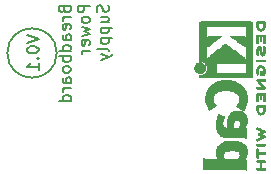
<source format=gbo>
%TF.GenerationSoftware,KiCad,Pcbnew,7.0.5-0*%
%TF.CreationDate,2023-07-08T23:53:13+02:00*%
%TF.ProjectId,Breadboard Power Supply,42726561-6462-46f6-9172-6420506f7765,rev?*%
%TF.SameCoordinates,Original*%
%TF.FileFunction,Legend,Bot*%
%TF.FilePolarity,Positive*%
%FSLAX46Y46*%
G04 Gerber Fmt 4.6, Leading zero omitted, Abs format (unit mm)*
G04 Created by KiCad (PCBNEW 7.0.5-0) date 2023-07-08 23:53:13*
%MOMM*%
%LPD*%
G01*
G04 APERTURE LIST*
%ADD10C,0.150000*%
%ADD11C,0.010000*%
G04 APERTURE END LIST*
D10*
X124726009Y-90195112D02*
X124773628Y-90337969D01*
X124773628Y-90337969D02*
X124821247Y-90385588D01*
X124821247Y-90385588D02*
X124916485Y-90433207D01*
X124916485Y-90433207D02*
X125059342Y-90433207D01*
X125059342Y-90433207D02*
X125154580Y-90385588D01*
X125154580Y-90385588D02*
X125202200Y-90337969D01*
X125202200Y-90337969D02*
X125249819Y-90242731D01*
X125249819Y-90242731D02*
X125249819Y-89861779D01*
X125249819Y-89861779D02*
X124249819Y-89861779D01*
X124249819Y-89861779D02*
X124249819Y-90195112D01*
X124249819Y-90195112D02*
X124297438Y-90290350D01*
X124297438Y-90290350D02*
X124345057Y-90337969D01*
X124345057Y-90337969D02*
X124440295Y-90385588D01*
X124440295Y-90385588D02*
X124535533Y-90385588D01*
X124535533Y-90385588D02*
X124630771Y-90337969D01*
X124630771Y-90337969D02*
X124678390Y-90290350D01*
X124678390Y-90290350D02*
X124726009Y-90195112D01*
X124726009Y-90195112D02*
X124726009Y-89861779D01*
X125249819Y-90861779D02*
X124583152Y-90861779D01*
X124773628Y-90861779D02*
X124678390Y-90909398D01*
X124678390Y-90909398D02*
X124630771Y-90957017D01*
X124630771Y-90957017D02*
X124583152Y-91052255D01*
X124583152Y-91052255D02*
X124583152Y-91147493D01*
X125202200Y-91861779D02*
X125249819Y-91766541D01*
X125249819Y-91766541D02*
X125249819Y-91576065D01*
X125249819Y-91576065D02*
X125202200Y-91480827D01*
X125202200Y-91480827D02*
X125106961Y-91433208D01*
X125106961Y-91433208D02*
X124726009Y-91433208D01*
X124726009Y-91433208D02*
X124630771Y-91480827D01*
X124630771Y-91480827D02*
X124583152Y-91576065D01*
X124583152Y-91576065D02*
X124583152Y-91766541D01*
X124583152Y-91766541D02*
X124630771Y-91861779D01*
X124630771Y-91861779D02*
X124726009Y-91909398D01*
X124726009Y-91909398D02*
X124821247Y-91909398D01*
X124821247Y-91909398D02*
X124916485Y-91433208D01*
X125249819Y-92766541D02*
X124726009Y-92766541D01*
X124726009Y-92766541D02*
X124630771Y-92718922D01*
X124630771Y-92718922D02*
X124583152Y-92623684D01*
X124583152Y-92623684D02*
X124583152Y-92433208D01*
X124583152Y-92433208D02*
X124630771Y-92337970D01*
X125202200Y-92766541D02*
X125249819Y-92671303D01*
X125249819Y-92671303D02*
X125249819Y-92433208D01*
X125249819Y-92433208D02*
X125202200Y-92337970D01*
X125202200Y-92337970D02*
X125106961Y-92290351D01*
X125106961Y-92290351D02*
X125011723Y-92290351D01*
X125011723Y-92290351D02*
X124916485Y-92337970D01*
X124916485Y-92337970D02*
X124868866Y-92433208D01*
X124868866Y-92433208D02*
X124868866Y-92671303D01*
X124868866Y-92671303D02*
X124821247Y-92766541D01*
X125249819Y-93671303D02*
X124249819Y-93671303D01*
X125202200Y-93671303D02*
X125249819Y-93576065D01*
X125249819Y-93576065D02*
X125249819Y-93385589D01*
X125249819Y-93385589D02*
X125202200Y-93290351D01*
X125202200Y-93290351D02*
X125154580Y-93242732D01*
X125154580Y-93242732D02*
X125059342Y-93195113D01*
X125059342Y-93195113D02*
X124773628Y-93195113D01*
X124773628Y-93195113D02*
X124678390Y-93242732D01*
X124678390Y-93242732D02*
X124630771Y-93290351D01*
X124630771Y-93290351D02*
X124583152Y-93385589D01*
X124583152Y-93385589D02*
X124583152Y-93576065D01*
X124583152Y-93576065D02*
X124630771Y-93671303D01*
X125249819Y-94147494D02*
X124249819Y-94147494D01*
X124630771Y-94147494D02*
X124583152Y-94242732D01*
X124583152Y-94242732D02*
X124583152Y-94433208D01*
X124583152Y-94433208D02*
X124630771Y-94528446D01*
X124630771Y-94528446D02*
X124678390Y-94576065D01*
X124678390Y-94576065D02*
X124773628Y-94623684D01*
X124773628Y-94623684D02*
X125059342Y-94623684D01*
X125059342Y-94623684D02*
X125154580Y-94576065D01*
X125154580Y-94576065D02*
X125202200Y-94528446D01*
X125202200Y-94528446D02*
X125249819Y-94433208D01*
X125249819Y-94433208D02*
X125249819Y-94242732D01*
X125249819Y-94242732D02*
X125202200Y-94147494D01*
X125249819Y-95195113D02*
X125202200Y-95099875D01*
X125202200Y-95099875D02*
X125154580Y-95052256D01*
X125154580Y-95052256D02*
X125059342Y-95004637D01*
X125059342Y-95004637D02*
X124773628Y-95004637D01*
X124773628Y-95004637D02*
X124678390Y-95052256D01*
X124678390Y-95052256D02*
X124630771Y-95099875D01*
X124630771Y-95099875D02*
X124583152Y-95195113D01*
X124583152Y-95195113D02*
X124583152Y-95337970D01*
X124583152Y-95337970D02*
X124630771Y-95433208D01*
X124630771Y-95433208D02*
X124678390Y-95480827D01*
X124678390Y-95480827D02*
X124773628Y-95528446D01*
X124773628Y-95528446D02*
X125059342Y-95528446D01*
X125059342Y-95528446D02*
X125154580Y-95480827D01*
X125154580Y-95480827D02*
X125202200Y-95433208D01*
X125202200Y-95433208D02*
X125249819Y-95337970D01*
X125249819Y-95337970D02*
X125249819Y-95195113D01*
X125249819Y-96385589D02*
X124726009Y-96385589D01*
X124726009Y-96385589D02*
X124630771Y-96337970D01*
X124630771Y-96337970D02*
X124583152Y-96242732D01*
X124583152Y-96242732D02*
X124583152Y-96052256D01*
X124583152Y-96052256D02*
X124630771Y-95957018D01*
X125202200Y-96385589D02*
X125249819Y-96290351D01*
X125249819Y-96290351D02*
X125249819Y-96052256D01*
X125249819Y-96052256D02*
X125202200Y-95957018D01*
X125202200Y-95957018D02*
X125106961Y-95909399D01*
X125106961Y-95909399D02*
X125011723Y-95909399D01*
X125011723Y-95909399D02*
X124916485Y-95957018D01*
X124916485Y-95957018D02*
X124868866Y-96052256D01*
X124868866Y-96052256D02*
X124868866Y-96290351D01*
X124868866Y-96290351D02*
X124821247Y-96385589D01*
X125249819Y-96861780D02*
X124583152Y-96861780D01*
X124773628Y-96861780D02*
X124678390Y-96909399D01*
X124678390Y-96909399D02*
X124630771Y-96957018D01*
X124630771Y-96957018D02*
X124583152Y-97052256D01*
X124583152Y-97052256D02*
X124583152Y-97147494D01*
X125249819Y-97909399D02*
X124249819Y-97909399D01*
X125202200Y-97909399D02*
X125249819Y-97814161D01*
X125249819Y-97814161D02*
X125249819Y-97623685D01*
X125249819Y-97623685D02*
X125202200Y-97528447D01*
X125202200Y-97528447D02*
X125154580Y-97480828D01*
X125154580Y-97480828D02*
X125059342Y-97433209D01*
X125059342Y-97433209D02*
X124773628Y-97433209D01*
X124773628Y-97433209D02*
X124678390Y-97480828D01*
X124678390Y-97480828D02*
X124630771Y-97528447D01*
X124630771Y-97528447D02*
X124583152Y-97623685D01*
X124583152Y-97623685D02*
X124583152Y-97814161D01*
X124583152Y-97814161D02*
X124630771Y-97909399D01*
X126859819Y-89861779D02*
X125859819Y-89861779D01*
X125859819Y-89861779D02*
X125859819Y-90242731D01*
X125859819Y-90242731D02*
X125907438Y-90337969D01*
X125907438Y-90337969D02*
X125955057Y-90385588D01*
X125955057Y-90385588D02*
X126050295Y-90433207D01*
X126050295Y-90433207D02*
X126193152Y-90433207D01*
X126193152Y-90433207D02*
X126288390Y-90385588D01*
X126288390Y-90385588D02*
X126336009Y-90337969D01*
X126336009Y-90337969D02*
X126383628Y-90242731D01*
X126383628Y-90242731D02*
X126383628Y-89861779D01*
X126859819Y-91004636D02*
X126812200Y-90909398D01*
X126812200Y-90909398D02*
X126764580Y-90861779D01*
X126764580Y-90861779D02*
X126669342Y-90814160D01*
X126669342Y-90814160D02*
X126383628Y-90814160D01*
X126383628Y-90814160D02*
X126288390Y-90861779D01*
X126288390Y-90861779D02*
X126240771Y-90909398D01*
X126240771Y-90909398D02*
X126193152Y-91004636D01*
X126193152Y-91004636D02*
X126193152Y-91147493D01*
X126193152Y-91147493D02*
X126240771Y-91242731D01*
X126240771Y-91242731D02*
X126288390Y-91290350D01*
X126288390Y-91290350D02*
X126383628Y-91337969D01*
X126383628Y-91337969D02*
X126669342Y-91337969D01*
X126669342Y-91337969D02*
X126764580Y-91290350D01*
X126764580Y-91290350D02*
X126812200Y-91242731D01*
X126812200Y-91242731D02*
X126859819Y-91147493D01*
X126859819Y-91147493D02*
X126859819Y-91004636D01*
X126193152Y-91671303D02*
X126859819Y-91861779D01*
X126859819Y-91861779D02*
X126383628Y-92052255D01*
X126383628Y-92052255D02*
X126859819Y-92242731D01*
X126859819Y-92242731D02*
X126193152Y-92433207D01*
X126812200Y-93195112D02*
X126859819Y-93099874D01*
X126859819Y-93099874D02*
X126859819Y-92909398D01*
X126859819Y-92909398D02*
X126812200Y-92814160D01*
X126812200Y-92814160D02*
X126716961Y-92766541D01*
X126716961Y-92766541D02*
X126336009Y-92766541D01*
X126336009Y-92766541D02*
X126240771Y-92814160D01*
X126240771Y-92814160D02*
X126193152Y-92909398D01*
X126193152Y-92909398D02*
X126193152Y-93099874D01*
X126193152Y-93099874D02*
X126240771Y-93195112D01*
X126240771Y-93195112D02*
X126336009Y-93242731D01*
X126336009Y-93242731D02*
X126431247Y-93242731D01*
X126431247Y-93242731D02*
X126526485Y-92766541D01*
X126859819Y-93671303D02*
X126193152Y-93671303D01*
X126383628Y-93671303D02*
X126288390Y-93718922D01*
X126288390Y-93718922D02*
X126240771Y-93766541D01*
X126240771Y-93766541D02*
X126193152Y-93861779D01*
X126193152Y-93861779D02*
X126193152Y-93957017D01*
X128422200Y-89814160D02*
X128469819Y-89957017D01*
X128469819Y-89957017D02*
X128469819Y-90195112D01*
X128469819Y-90195112D02*
X128422200Y-90290350D01*
X128422200Y-90290350D02*
X128374580Y-90337969D01*
X128374580Y-90337969D02*
X128279342Y-90385588D01*
X128279342Y-90385588D02*
X128184104Y-90385588D01*
X128184104Y-90385588D02*
X128088866Y-90337969D01*
X128088866Y-90337969D02*
X128041247Y-90290350D01*
X128041247Y-90290350D02*
X127993628Y-90195112D01*
X127993628Y-90195112D02*
X127946009Y-90004636D01*
X127946009Y-90004636D02*
X127898390Y-89909398D01*
X127898390Y-89909398D02*
X127850771Y-89861779D01*
X127850771Y-89861779D02*
X127755533Y-89814160D01*
X127755533Y-89814160D02*
X127660295Y-89814160D01*
X127660295Y-89814160D02*
X127565057Y-89861779D01*
X127565057Y-89861779D02*
X127517438Y-89909398D01*
X127517438Y-89909398D02*
X127469819Y-90004636D01*
X127469819Y-90004636D02*
X127469819Y-90242731D01*
X127469819Y-90242731D02*
X127517438Y-90385588D01*
X127803152Y-91242731D02*
X128469819Y-91242731D01*
X127803152Y-90814160D02*
X128326961Y-90814160D01*
X128326961Y-90814160D02*
X128422200Y-90861779D01*
X128422200Y-90861779D02*
X128469819Y-90957017D01*
X128469819Y-90957017D02*
X128469819Y-91099874D01*
X128469819Y-91099874D02*
X128422200Y-91195112D01*
X128422200Y-91195112D02*
X128374580Y-91242731D01*
X127803152Y-91718922D02*
X128803152Y-91718922D01*
X127850771Y-91718922D02*
X127803152Y-91814160D01*
X127803152Y-91814160D02*
X127803152Y-92004636D01*
X127803152Y-92004636D02*
X127850771Y-92099874D01*
X127850771Y-92099874D02*
X127898390Y-92147493D01*
X127898390Y-92147493D02*
X127993628Y-92195112D01*
X127993628Y-92195112D02*
X128279342Y-92195112D01*
X128279342Y-92195112D02*
X128374580Y-92147493D01*
X128374580Y-92147493D02*
X128422200Y-92099874D01*
X128422200Y-92099874D02*
X128469819Y-92004636D01*
X128469819Y-92004636D02*
X128469819Y-91814160D01*
X128469819Y-91814160D02*
X128422200Y-91718922D01*
X127803152Y-92623684D02*
X128803152Y-92623684D01*
X127850771Y-92623684D02*
X127803152Y-92718922D01*
X127803152Y-92718922D02*
X127803152Y-92909398D01*
X127803152Y-92909398D02*
X127850771Y-93004636D01*
X127850771Y-93004636D02*
X127898390Y-93052255D01*
X127898390Y-93052255D02*
X127993628Y-93099874D01*
X127993628Y-93099874D02*
X128279342Y-93099874D01*
X128279342Y-93099874D02*
X128374580Y-93052255D01*
X128374580Y-93052255D02*
X128422200Y-93004636D01*
X128422200Y-93004636D02*
X128469819Y-92909398D01*
X128469819Y-92909398D02*
X128469819Y-92718922D01*
X128469819Y-92718922D02*
X128422200Y-92623684D01*
X128469819Y-93671303D02*
X128422200Y-93576065D01*
X128422200Y-93576065D02*
X128326961Y-93528446D01*
X128326961Y-93528446D02*
X127469819Y-93528446D01*
X127803152Y-93957018D02*
X128469819Y-94195113D01*
X127803152Y-94433208D02*
X128469819Y-94195113D01*
X128469819Y-94195113D02*
X128707914Y-94099875D01*
X128707914Y-94099875D02*
X128755533Y-94052256D01*
X128755533Y-94052256D02*
X128803152Y-93957018D01*
X124075150Y-93874405D02*
G75*
G03*
X124075150Y-93874405I-2086917J0D01*
G01*
X121545552Y-92361780D02*
X122545552Y-92695113D01*
X122545552Y-92695113D02*
X121545552Y-93028446D01*
X121545552Y-93552256D02*
X121545552Y-93647494D01*
X121545552Y-93647494D02*
X121593171Y-93742732D01*
X121593171Y-93742732D02*
X121640790Y-93790351D01*
X121640790Y-93790351D02*
X121736028Y-93837970D01*
X121736028Y-93837970D02*
X121926504Y-93885589D01*
X121926504Y-93885589D02*
X122164599Y-93885589D01*
X122164599Y-93885589D02*
X122355075Y-93837970D01*
X122355075Y-93837970D02*
X122450313Y-93790351D01*
X122450313Y-93790351D02*
X122497933Y-93742732D01*
X122497933Y-93742732D02*
X122545552Y-93647494D01*
X122545552Y-93647494D02*
X122545552Y-93552256D01*
X122545552Y-93552256D02*
X122497933Y-93457018D01*
X122497933Y-93457018D02*
X122450313Y-93409399D01*
X122450313Y-93409399D02*
X122355075Y-93361780D01*
X122355075Y-93361780D02*
X122164599Y-93314161D01*
X122164599Y-93314161D02*
X121926504Y-93314161D01*
X121926504Y-93314161D02*
X121736028Y-93361780D01*
X121736028Y-93361780D02*
X121640790Y-93409399D01*
X121640790Y-93409399D02*
X121593171Y-93457018D01*
X121593171Y-93457018D02*
X121545552Y-93552256D01*
X122450313Y-94314161D02*
X122497933Y-94361780D01*
X122497933Y-94361780D02*
X122545552Y-94314161D01*
X122545552Y-94314161D02*
X122497933Y-94266542D01*
X122497933Y-94266542D02*
X122450313Y-94314161D01*
X122450313Y-94314161D02*
X122545552Y-94314161D01*
X122545552Y-95314160D02*
X122545552Y-94742732D01*
X122545552Y-95028446D02*
X121545552Y-95028446D01*
X121545552Y-95028446D02*
X121688409Y-94933208D01*
X121688409Y-94933208D02*
X121783647Y-94837970D01*
X121783647Y-94837970D02*
X121831266Y-94742732D01*
%TO.C,REF\u002A\u002A*%
D11*
X139020158Y-101289732D02*
X139171594Y-101298311D01*
X139308283Y-101317167D01*
X139434276Y-101347163D01*
X139553625Y-101389164D01*
X139670381Y-101444031D01*
X139781179Y-101510833D01*
X139894739Y-101601637D01*
X139990211Y-101705292D01*
X140067073Y-101821113D01*
X140124797Y-101948414D01*
X140162858Y-102086511D01*
X140168666Y-102124207D01*
X140174396Y-102203248D01*
X140174583Y-102291371D01*
X140169539Y-102380764D01*
X140159578Y-102463616D01*
X140145012Y-102532113D01*
X140135364Y-102562965D01*
X140105123Y-102640270D01*
X140067617Y-102717321D01*
X140026614Y-102786800D01*
X139985879Y-102841385D01*
X139966505Y-102864084D01*
X139948662Y-102886799D01*
X139941778Y-102898221D01*
X139943424Y-102899463D01*
X139961205Y-102902272D01*
X139994370Y-102904224D01*
X140037733Y-102904955D01*
X140133689Y-102904955D01*
X140133689Y-103763104D01*
X140072974Y-103728839D01*
X140063868Y-103723645D01*
X140049249Y-103715285D01*
X140035173Y-103707712D01*
X140020540Y-103700888D01*
X140004249Y-103694773D01*
X139985198Y-103689327D01*
X139962286Y-103684513D01*
X139934413Y-103680292D01*
X139900478Y-103676623D01*
X139859379Y-103673469D01*
X139810015Y-103670789D01*
X139751286Y-103668546D01*
X139682090Y-103666701D01*
X139601326Y-103665213D01*
X139507894Y-103664045D01*
X139400692Y-103663156D01*
X139278620Y-103662509D01*
X139140576Y-103662064D01*
X138985459Y-103661782D01*
X138812168Y-103661625D01*
X138619603Y-103661552D01*
X138406662Y-103661526D01*
X138172245Y-103661507D01*
X136487378Y-103661311D01*
X136487378Y-102755983D01*
X136524067Y-102780415D01*
X136533647Y-102786682D01*
X136579981Y-102812792D01*
X136627102Y-102830531D01*
X136682251Y-102842092D01*
X136752667Y-102849669D01*
X136759650Y-102850161D01*
X136797641Y-102851938D01*
X136851576Y-102853556D01*
X136918703Y-102855001D01*
X136996271Y-102856260D01*
X137081528Y-102857320D01*
X137171724Y-102858171D01*
X137264107Y-102858797D01*
X137355925Y-102859188D01*
X137444427Y-102859330D01*
X137526862Y-102859210D01*
X137600479Y-102858817D01*
X137662526Y-102858138D01*
X137710251Y-102857159D01*
X137740904Y-102855868D01*
X137751733Y-102854253D01*
X137747333Y-102846043D01*
X137732362Y-102824353D01*
X137710448Y-102794986D01*
X137676236Y-102746121D01*
X137629714Y-102657875D01*
X137596046Y-102559084D01*
X137593231Y-102544557D01*
X138147465Y-102544557D01*
X138159389Y-102629681D01*
X138186040Y-102713867D01*
X138226962Y-102792392D01*
X138270530Y-102859800D01*
X139420721Y-102859800D01*
X139467089Y-102789244D01*
X139490791Y-102748583D01*
X139516639Y-102694454D01*
X139534829Y-102645311D01*
X139550551Y-102581835D01*
X139561541Y-102485669D01*
X139553365Y-102401100D01*
X139525805Y-102327781D01*
X139478642Y-102265363D01*
X139411658Y-102213498D01*
X139324633Y-102171840D01*
X139217350Y-102140038D01*
X139205009Y-102137455D01*
X139143772Y-102129000D01*
X139066692Y-102123337D01*
X138979002Y-102120424D01*
X138885934Y-102120217D01*
X138792720Y-102122670D01*
X138704594Y-102127739D01*
X138626788Y-102135381D01*
X138564533Y-102145552D01*
X138558666Y-102146833D01*
X138448121Y-102175874D01*
X138357575Y-102210390D01*
X138284953Y-102251544D01*
X138228181Y-102300501D01*
X138185184Y-102358426D01*
X138169615Y-102390380D01*
X138150722Y-102463216D01*
X138147465Y-102544557D01*
X137593231Y-102544557D01*
X137574231Y-102446490D01*
X137563265Y-102316836D01*
X137562219Y-102224330D01*
X137572014Y-102102989D01*
X137596174Y-101992901D01*
X137635785Y-101889611D01*
X137691932Y-101788662D01*
X137722883Y-101743497D01*
X137814115Y-101638089D01*
X137923106Y-101546462D01*
X138049726Y-101468668D01*
X138193845Y-101404759D01*
X138355332Y-101354786D01*
X138534059Y-101318802D01*
X138729895Y-101296857D01*
X138885934Y-101291100D01*
X138942711Y-101289006D01*
X139020158Y-101289732D01*
G36*
X139020158Y-101289732D02*
G01*
X139171594Y-101298311D01*
X139308283Y-101317167D01*
X139434276Y-101347163D01*
X139553625Y-101389164D01*
X139670381Y-101444031D01*
X139781179Y-101510833D01*
X139894739Y-101601637D01*
X139990211Y-101705292D01*
X140067073Y-101821113D01*
X140124797Y-101948414D01*
X140162858Y-102086511D01*
X140168666Y-102124207D01*
X140174396Y-102203248D01*
X140174583Y-102291371D01*
X140169539Y-102380764D01*
X140159578Y-102463616D01*
X140145012Y-102532113D01*
X140135364Y-102562965D01*
X140105123Y-102640270D01*
X140067617Y-102717321D01*
X140026614Y-102786800D01*
X139985879Y-102841385D01*
X139966505Y-102864084D01*
X139948662Y-102886799D01*
X139941778Y-102898221D01*
X139943424Y-102899463D01*
X139961205Y-102902272D01*
X139994370Y-102904224D01*
X140037733Y-102904955D01*
X140133689Y-102904955D01*
X140133689Y-103763104D01*
X140072974Y-103728839D01*
X140063868Y-103723645D01*
X140049249Y-103715285D01*
X140035173Y-103707712D01*
X140020540Y-103700888D01*
X140004249Y-103694773D01*
X139985198Y-103689327D01*
X139962286Y-103684513D01*
X139934413Y-103680292D01*
X139900478Y-103676623D01*
X139859379Y-103673469D01*
X139810015Y-103670789D01*
X139751286Y-103668546D01*
X139682090Y-103666701D01*
X139601326Y-103665213D01*
X139507894Y-103664045D01*
X139400692Y-103663156D01*
X139278620Y-103662509D01*
X139140576Y-103662064D01*
X138985459Y-103661782D01*
X138812168Y-103661625D01*
X138619603Y-103661552D01*
X138406662Y-103661526D01*
X138172245Y-103661507D01*
X136487378Y-103661311D01*
X136487378Y-102755983D01*
X136524067Y-102780415D01*
X136533647Y-102786682D01*
X136579981Y-102812792D01*
X136627102Y-102830531D01*
X136682251Y-102842092D01*
X136752667Y-102849669D01*
X136759650Y-102850161D01*
X136797641Y-102851938D01*
X136851576Y-102853556D01*
X136918703Y-102855001D01*
X136996271Y-102856260D01*
X137081528Y-102857320D01*
X137171724Y-102858171D01*
X137264107Y-102858797D01*
X137355925Y-102859188D01*
X137444427Y-102859330D01*
X137526862Y-102859210D01*
X137600479Y-102858817D01*
X137662526Y-102858138D01*
X137710251Y-102857159D01*
X137740904Y-102855868D01*
X137751733Y-102854253D01*
X137747333Y-102846043D01*
X137732362Y-102824353D01*
X137710448Y-102794986D01*
X137676236Y-102746121D01*
X137629714Y-102657875D01*
X137596046Y-102559084D01*
X137593231Y-102544557D01*
X138147465Y-102544557D01*
X138159389Y-102629681D01*
X138186040Y-102713867D01*
X138226962Y-102792392D01*
X138270530Y-102859800D01*
X139420721Y-102859800D01*
X139467089Y-102789244D01*
X139490791Y-102748583D01*
X139516639Y-102694454D01*
X139534829Y-102645311D01*
X139550551Y-102581835D01*
X139561541Y-102485669D01*
X139553365Y-102401100D01*
X139525805Y-102327781D01*
X139478642Y-102265363D01*
X139411658Y-102213498D01*
X139324633Y-102171840D01*
X139217350Y-102140038D01*
X139205009Y-102137455D01*
X139143772Y-102129000D01*
X139066692Y-102123337D01*
X138979002Y-102120424D01*
X138885934Y-102120217D01*
X138792720Y-102122670D01*
X138704594Y-102127739D01*
X138626788Y-102135381D01*
X138564533Y-102145552D01*
X138558666Y-102146833D01*
X138448121Y-102175874D01*
X138357575Y-102210390D01*
X138284953Y-102251544D01*
X138228181Y-102300501D01*
X138185184Y-102358426D01*
X138169615Y-102390380D01*
X138150722Y-102463216D01*
X138147465Y-102544557D01*
X137593231Y-102544557D01*
X137574231Y-102446490D01*
X137563265Y-102316836D01*
X137562219Y-102224330D01*
X137572014Y-102102989D01*
X137596174Y-101992901D01*
X137635785Y-101889611D01*
X137691932Y-101788662D01*
X137722883Y-101743497D01*
X137814115Y-101638089D01*
X137923106Y-101546462D01*
X138049726Y-101468668D01*
X138193845Y-101404759D01*
X138355332Y-101354786D01*
X138534059Y-101318802D01*
X138729895Y-101296857D01*
X138885934Y-101291100D01*
X138942711Y-101289006D01*
X139020158Y-101289732D01*
G37*
X141095178Y-101964083D02*
X141096631Y-101965443D01*
X141104992Y-101976646D01*
X141110547Y-101993748D01*
X141113840Y-102020918D01*
X141115418Y-102062322D01*
X141115822Y-102122127D01*
X141115822Y-102261489D01*
X141379589Y-102261489D01*
X141455417Y-102261564D01*
X141522083Y-102261972D01*
X141571867Y-102262954D01*
X141607784Y-102264750D01*
X141632850Y-102267601D01*
X141650081Y-102271747D01*
X141662492Y-102277429D01*
X141673100Y-102284886D01*
X141675906Y-102287176D01*
X141698548Y-102318354D01*
X141700112Y-102352734D01*
X141680267Y-102385666D01*
X141672191Y-102392645D01*
X141661593Y-102398117D01*
X141645749Y-102402137D01*
X141621773Y-102404928D01*
X141586774Y-102406712D01*
X141537864Y-102407711D01*
X141472154Y-102408148D01*
X141386756Y-102408244D01*
X141115822Y-102408244D01*
X141115822Y-102554180D01*
X141115821Y-102565280D01*
X141115596Y-102621798D01*
X141114457Y-102660642D01*
X141111657Y-102686035D01*
X141106450Y-102702196D01*
X141098089Y-102713348D01*
X141085826Y-102723711D01*
X141055138Y-102739559D01*
X141021358Y-102736457D01*
X140988822Y-102710813D01*
X140985105Y-102705871D01*
X140980269Y-102695662D01*
X140976506Y-102680236D01*
X140973683Y-102657114D01*
X140971670Y-102623817D01*
X140970333Y-102577863D01*
X140969542Y-102516772D01*
X140969163Y-102438065D01*
X140969067Y-102339260D01*
X140969068Y-102319233D01*
X140969158Y-102225110D01*
X140969498Y-102150595D01*
X140970239Y-102093189D01*
X140971535Y-102050389D01*
X140973537Y-102019696D01*
X140976396Y-101998609D01*
X140980266Y-101984627D01*
X140985298Y-101975250D01*
X140991645Y-101967978D01*
X141024362Y-101949172D01*
X141061939Y-101947725D01*
X141095178Y-101964083D01*
G36*
X141095178Y-101964083D02*
G01*
X141096631Y-101965443D01*
X141104992Y-101976646D01*
X141110547Y-101993748D01*
X141113840Y-102020918D01*
X141115418Y-102062322D01*
X141115822Y-102122127D01*
X141115822Y-102261489D01*
X141379589Y-102261489D01*
X141455417Y-102261564D01*
X141522083Y-102261972D01*
X141571867Y-102262954D01*
X141607784Y-102264750D01*
X141632850Y-102267601D01*
X141650081Y-102271747D01*
X141662492Y-102277429D01*
X141673100Y-102284886D01*
X141675906Y-102287176D01*
X141698548Y-102318354D01*
X141700112Y-102352734D01*
X141680267Y-102385666D01*
X141672191Y-102392645D01*
X141661593Y-102398117D01*
X141645749Y-102402137D01*
X141621773Y-102404928D01*
X141586774Y-102406712D01*
X141537864Y-102407711D01*
X141472154Y-102408148D01*
X141386756Y-102408244D01*
X141115822Y-102408244D01*
X141115822Y-102554180D01*
X141115821Y-102565280D01*
X141115596Y-102621798D01*
X141114457Y-102660642D01*
X141111657Y-102686035D01*
X141106450Y-102702196D01*
X141098089Y-102713348D01*
X141085826Y-102723711D01*
X141055138Y-102739559D01*
X141021358Y-102736457D01*
X140988822Y-102710813D01*
X140985105Y-102705871D01*
X140980269Y-102695662D01*
X140976506Y-102680236D01*
X140973683Y-102657114D01*
X140971670Y-102623817D01*
X140970333Y-102577863D01*
X140969542Y-102516772D01*
X140969163Y-102438065D01*
X140969067Y-102339260D01*
X140969068Y-102319233D01*
X140969158Y-102225110D01*
X140969498Y-102150595D01*
X140970239Y-102093189D01*
X140971535Y-102050389D01*
X140973537Y-102019696D01*
X140976396Y-101998609D01*
X140980266Y-101984627D01*
X140985298Y-101975250D01*
X140991645Y-101967978D01*
X141024362Y-101949172D01*
X141061939Y-101947725D01*
X141095178Y-101964083D01*
G37*
X141335956Y-91198378D02*
X141411617Y-91198417D01*
X141489526Y-91198672D01*
X141549536Y-91199316D01*
X141594264Y-91200520D01*
X141626326Y-91202457D01*
X141648340Y-91205297D01*
X141662924Y-91209212D01*
X141672694Y-91214374D01*
X141680267Y-91220955D01*
X141686501Y-91227923D01*
X141693801Y-91240921D01*
X141698554Y-91260069D01*
X141701292Y-91289472D01*
X141702545Y-91333238D01*
X141702845Y-91395472D01*
X141702469Y-91444418D01*
X141698041Y-91551278D01*
X141687953Y-91640506D01*
X141671365Y-91715304D01*
X141647435Y-91778875D01*
X141615321Y-91834421D01*
X141574182Y-91885146D01*
X141568330Y-91891134D01*
X141519821Y-91928001D01*
X141459013Y-91959101D01*
X141394769Y-91980583D01*
X141335956Y-91988600D01*
X141314739Y-91987321D01*
X141257323Y-91975009D01*
X141197413Y-91952480D01*
X141143363Y-91923250D01*
X141103532Y-91890833D01*
X141086510Y-91871292D01*
X141047322Y-91816580D01*
X141017193Y-91756277D01*
X140995232Y-91687081D01*
X140980550Y-91605689D01*
X140972259Y-91508800D01*
X140970148Y-91421333D01*
X141115808Y-91421333D01*
X141115817Y-91424361D01*
X141117782Y-91475481D01*
X141122507Y-91535584D01*
X141129035Y-91592292D01*
X141138331Y-91642250D01*
X141164600Y-91717002D01*
X141203899Y-91774511D01*
X141256933Y-91816012D01*
X141308200Y-91837229D01*
X141356026Y-91838647D01*
X141406961Y-91820365D01*
X141452878Y-91790695D01*
X141495287Y-91743998D01*
X141525090Y-91682608D01*
X141544226Y-91603462D01*
X141544464Y-91601972D01*
X141550256Y-91553001D01*
X141554396Y-91494307D01*
X141556004Y-91438266D01*
X141556089Y-91345133D01*
X141115822Y-91345133D01*
X141115808Y-91421333D01*
X140970148Y-91421333D01*
X140969467Y-91393111D01*
X140969066Y-91353629D01*
X140968653Y-91307918D01*
X140970457Y-91272117D01*
X140976739Y-91245026D01*
X140989759Y-91225444D01*
X141011778Y-91212170D01*
X141045055Y-91204002D01*
X141091851Y-91199740D01*
X141115822Y-91199143D01*
X141154427Y-91198183D01*
X141235041Y-91198130D01*
X141335956Y-91198378D01*
G36*
X141335956Y-91198378D02*
G01*
X141411617Y-91198417D01*
X141489526Y-91198672D01*
X141549536Y-91199316D01*
X141594264Y-91200520D01*
X141626326Y-91202457D01*
X141648340Y-91205297D01*
X141662924Y-91209212D01*
X141672694Y-91214374D01*
X141680267Y-91220955D01*
X141686501Y-91227923D01*
X141693801Y-91240921D01*
X141698554Y-91260069D01*
X141701292Y-91289472D01*
X141702545Y-91333238D01*
X141702845Y-91395472D01*
X141702469Y-91444418D01*
X141698041Y-91551278D01*
X141687953Y-91640506D01*
X141671365Y-91715304D01*
X141647435Y-91778875D01*
X141615321Y-91834421D01*
X141574182Y-91885146D01*
X141568330Y-91891134D01*
X141519821Y-91928001D01*
X141459013Y-91959101D01*
X141394769Y-91980583D01*
X141335956Y-91988600D01*
X141314739Y-91987321D01*
X141257323Y-91975009D01*
X141197413Y-91952480D01*
X141143363Y-91923250D01*
X141103532Y-91890833D01*
X141086510Y-91871292D01*
X141047322Y-91816580D01*
X141017193Y-91756277D01*
X140995232Y-91687081D01*
X140980550Y-91605689D01*
X140972259Y-91508800D01*
X140970148Y-91421333D01*
X141115808Y-91421333D01*
X141115817Y-91424361D01*
X141117782Y-91475481D01*
X141122507Y-91535584D01*
X141129035Y-91592292D01*
X141138331Y-91642250D01*
X141164600Y-91717002D01*
X141203899Y-91774511D01*
X141256933Y-91816012D01*
X141308200Y-91837229D01*
X141356026Y-91838647D01*
X141406961Y-91820365D01*
X141452878Y-91790695D01*
X141495287Y-91743998D01*
X141525090Y-91682608D01*
X141544226Y-91603462D01*
X141544464Y-91601972D01*
X141550256Y-91553001D01*
X141554396Y-91494307D01*
X141556004Y-91438266D01*
X141556089Y-91345133D01*
X141115822Y-91345133D01*
X141115808Y-91421333D01*
X140970148Y-91421333D01*
X140969467Y-91393111D01*
X140969066Y-91353629D01*
X140968653Y-91307918D01*
X140970457Y-91272117D01*
X140976739Y-91245026D01*
X140989759Y-91225444D01*
X141011778Y-91212170D01*
X141045055Y-91204002D01*
X141091851Y-91199740D01*
X141115822Y-91199143D01*
X141154427Y-91198183D01*
X141235041Y-91198130D01*
X141335956Y-91198378D01*
G37*
X141051915Y-100179772D02*
X141086481Y-100192636D01*
X141134826Y-100212395D01*
X141193825Y-100237619D01*
X141260355Y-100266881D01*
X141331291Y-100298750D01*
X141403507Y-100331799D01*
X141473880Y-100364599D01*
X141539285Y-100395720D01*
X141596597Y-100423735D01*
X141642692Y-100447214D01*
X141674446Y-100464728D01*
X141688733Y-100474849D01*
X141702102Y-100509257D01*
X141695741Y-100550954D01*
X141691044Y-100556319D01*
X141668893Y-100572148D01*
X141632132Y-100594350D01*
X141584415Y-100620767D01*
X141529393Y-100649240D01*
X141370150Y-100729014D01*
X141516742Y-100802201D01*
X141536032Y-100811897D01*
X141588380Y-100838875D01*
X141633170Y-100862904D01*
X141666154Y-100881668D01*
X141683089Y-100892854D01*
X141684332Y-100894000D01*
X141699619Y-100922121D01*
X141701302Y-100957183D01*
X141688733Y-100988224D01*
X141685884Y-100990650D01*
X141665259Y-101002910D01*
X141627708Y-101022648D01*
X141575880Y-101048552D01*
X141512423Y-101079315D01*
X141439985Y-101113625D01*
X141361216Y-101150175D01*
X141317093Y-101170415D01*
X141236365Y-101207188D01*
X141172687Y-101235645D01*
X141123752Y-101256669D01*
X141087257Y-101271146D01*
X141060895Y-101279961D01*
X141042361Y-101283996D01*
X141029352Y-101284138D01*
X141019561Y-101281270D01*
X140998678Y-101266613D01*
X140978377Y-101240010D01*
X140978035Y-101239255D01*
X140971034Y-101219665D01*
X140970504Y-101202210D01*
X140978478Y-101185298D01*
X140996989Y-101167337D01*
X141028071Y-101146737D01*
X141073756Y-101121905D01*
X141136078Y-101091250D01*
X141217071Y-101053180D01*
X141248454Y-101038546D01*
X141311638Y-101008797D01*
X141366244Y-100982703D01*
X141409290Y-100961708D01*
X141437793Y-100947261D01*
X141448770Y-100940809D01*
X141448189Y-100939450D01*
X141434242Y-100929458D01*
X141404704Y-100912167D01*
X141363087Y-100889570D01*
X141312903Y-100863662D01*
X141281414Y-100847689D01*
X141226061Y-100818739D01*
X141187044Y-100796251D01*
X141161566Y-100778035D01*
X141146831Y-100761904D01*
X141140042Y-100745670D01*
X141138400Y-100727143D01*
X141138875Y-100716640D01*
X141143082Y-100700524D01*
X141153946Y-100685210D01*
X141174219Y-100668612D01*
X141206654Y-100648643D01*
X141254004Y-100623217D01*
X141319022Y-100590248D01*
X141338277Y-100580515D01*
X141384946Y-100556057D01*
X141421109Y-100535822D01*
X141443497Y-100521689D01*
X141448845Y-100515540D01*
X141445573Y-100514173D01*
X141424664Y-100504798D01*
X141387725Y-100487938D01*
X141337874Y-100465021D01*
X141278226Y-100437480D01*
X141211898Y-100406745D01*
X141154677Y-100380030D01*
X141092688Y-100350407D01*
X141046949Y-100327336D01*
X141014908Y-100309357D01*
X140994014Y-100295010D01*
X140981718Y-100282834D01*
X140975466Y-100271368D01*
X140972574Y-100261958D01*
X140972425Y-100236853D01*
X140987768Y-100209710D01*
X140988753Y-100208410D01*
X141011388Y-100186326D01*
X141033613Y-100175277D01*
X141034253Y-100175231D01*
X141051915Y-100179772D01*
G36*
X141051915Y-100179772D02*
G01*
X141086481Y-100192636D01*
X141134826Y-100212395D01*
X141193825Y-100237619D01*
X141260355Y-100266881D01*
X141331291Y-100298750D01*
X141403507Y-100331799D01*
X141473880Y-100364599D01*
X141539285Y-100395720D01*
X141596597Y-100423735D01*
X141642692Y-100447214D01*
X141674446Y-100464728D01*
X141688733Y-100474849D01*
X141702102Y-100509257D01*
X141695741Y-100550954D01*
X141691044Y-100556319D01*
X141668893Y-100572148D01*
X141632132Y-100594350D01*
X141584415Y-100620767D01*
X141529393Y-100649240D01*
X141370150Y-100729014D01*
X141516742Y-100802201D01*
X141536032Y-100811897D01*
X141588380Y-100838875D01*
X141633170Y-100862904D01*
X141666154Y-100881668D01*
X141683089Y-100892854D01*
X141684332Y-100894000D01*
X141699619Y-100922121D01*
X141701302Y-100957183D01*
X141688733Y-100988224D01*
X141685884Y-100990650D01*
X141665259Y-101002910D01*
X141627708Y-101022648D01*
X141575880Y-101048552D01*
X141512423Y-101079315D01*
X141439985Y-101113625D01*
X141361216Y-101150175D01*
X141317093Y-101170415D01*
X141236365Y-101207188D01*
X141172687Y-101235645D01*
X141123752Y-101256669D01*
X141087257Y-101271146D01*
X141060895Y-101279961D01*
X141042361Y-101283996D01*
X141029352Y-101284138D01*
X141019561Y-101281270D01*
X140998678Y-101266613D01*
X140978377Y-101240010D01*
X140978035Y-101239255D01*
X140971034Y-101219665D01*
X140970504Y-101202210D01*
X140978478Y-101185298D01*
X140996989Y-101167337D01*
X141028071Y-101146737D01*
X141073756Y-101121905D01*
X141136078Y-101091250D01*
X141217071Y-101053180D01*
X141248454Y-101038546D01*
X141311638Y-101008797D01*
X141366244Y-100982703D01*
X141409290Y-100961708D01*
X141437793Y-100947261D01*
X141448770Y-100940809D01*
X141448189Y-100939450D01*
X141434242Y-100929458D01*
X141404704Y-100912167D01*
X141363087Y-100889570D01*
X141312903Y-100863662D01*
X141281414Y-100847689D01*
X141226061Y-100818739D01*
X141187044Y-100796251D01*
X141161566Y-100778035D01*
X141146831Y-100761904D01*
X141140042Y-100745670D01*
X141138400Y-100727143D01*
X141138875Y-100716640D01*
X141143082Y-100700524D01*
X141153946Y-100685210D01*
X141174219Y-100668612D01*
X141206654Y-100648643D01*
X141254004Y-100623217D01*
X141319022Y-100590248D01*
X141338277Y-100580515D01*
X141384946Y-100556057D01*
X141421109Y-100535822D01*
X141443497Y-100521689D01*
X141448845Y-100515540D01*
X141445573Y-100514173D01*
X141424664Y-100504798D01*
X141387725Y-100487938D01*
X141337874Y-100465021D01*
X141278226Y-100437480D01*
X141211898Y-100406745D01*
X141154677Y-100380030D01*
X141092688Y-100350407D01*
X141046949Y-100327336D01*
X141014908Y-100309357D01*
X140994014Y-100295010D01*
X140981718Y-100282834D01*
X140975466Y-100271368D01*
X140972574Y-100261958D01*
X140972425Y-100236853D01*
X140987768Y-100209710D01*
X140988753Y-100208410D01*
X141011388Y-100186326D01*
X141033613Y-100175277D01*
X141034253Y-100175231D01*
X141051915Y-100179772D01*
G37*
X139321295Y-91198313D02*
X139501535Y-91198407D01*
X139664015Y-91198605D01*
X139809670Y-91198937D01*
X139939434Y-91199431D01*
X140054243Y-91200117D01*
X140155030Y-91201024D01*
X140242730Y-91202183D01*
X140318279Y-91203622D01*
X140382611Y-91205371D01*
X140436661Y-91207460D01*
X140481363Y-91209917D01*
X140517652Y-91212773D01*
X140546463Y-91216057D01*
X140568731Y-91219798D01*
X140585390Y-91224026D01*
X140597375Y-91228771D01*
X140605621Y-91234061D01*
X140611062Y-91239927D01*
X140614634Y-91246398D01*
X140617270Y-91253503D01*
X140619906Y-91261272D01*
X140623477Y-91269734D01*
X140625145Y-91274092D01*
X140627111Y-91282605D01*
X140628911Y-91295306D01*
X140630555Y-91313115D01*
X140632047Y-91336951D01*
X140633397Y-91367734D01*
X140634611Y-91406383D01*
X140635697Y-91453818D01*
X140636661Y-91510957D01*
X140637511Y-91578721D01*
X140638253Y-91658029D01*
X140638897Y-91749801D01*
X140639447Y-91854956D01*
X140639913Y-91974413D01*
X140640300Y-92109092D01*
X140640616Y-92259912D01*
X140640869Y-92427794D01*
X140641066Y-92613655D01*
X140641213Y-92818417D01*
X140641318Y-93042998D01*
X140641389Y-93288318D01*
X140641432Y-93555296D01*
X140641437Y-93593679D01*
X140641480Y-93859078D01*
X140641525Y-94102950D01*
X140641548Y-94326217D01*
X140641524Y-94529804D01*
X140641430Y-94714633D01*
X140641243Y-94881627D01*
X140640939Y-95031710D01*
X140640494Y-95165804D01*
X140639885Y-95284834D01*
X140639089Y-95389721D01*
X140638080Y-95481390D01*
X140636837Y-95560763D01*
X140635335Y-95628763D01*
X140633551Y-95686314D01*
X140631461Y-95734338D01*
X140629042Y-95773760D01*
X140626270Y-95805501D01*
X140623121Y-95830486D01*
X140619572Y-95849636D01*
X140615598Y-95863877D01*
X140611178Y-95874129D01*
X140606286Y-95881318D01*
X140600900Y-95886365D01*
X140594996Y-95890195D01*
X140588549Y-95893729D01*
X140581537Y-95897892D01*
X140579687Y-95898975D01*
X140574180Y-95901187D01*
X140565868Y-95903214D01*
X140553809Y-95905062D01*
X140537063Y-95906739D01*
X140514687Y-95908255D01*
X140485740Y-95909617D01*
X140449280Y-95910833D01*
X140404367Y-95911911D01*
X140350057Y-95912860D01*
X140285410Y-95913688D01*
X140209484Y-95914403D01*
X140121338Y-95915013D01*
X140020029Y-95915526D01*
X139904617Y-95915950D01*
X139774160Y-95916294D01*
X139627716Y-95916566D01*
X139464344Y-95916773D01*
X139283101Y-95916924D01*
X139083048Y-95917028D01*
X138863241Y-95917092D01*
X138622739Y-95917124D01*
X138360602Y-95917133D01*
X136169031Y-95917133D01*
X136130649Y-95878751D01*
X136106911Y-95851645D01*
X136095111Y-95824747D01*
X136092267Y-95788440D01*
X136092267Y-95736511D01*
X136180206Y-95736511D01*
X136230102Y-95734573D01*
X136340523Y-95715801D01*
X136441987Y-95678783D01*
X136533152Y-95625631D01*
X136612673Y-95558454D01*
X136634249Y-95532805D01*
X137604978Y-95532805D01*
X138781845Y-95535880D01*
X139958711Y-95538955D01*
X140017622Y-95565593D01*
X140042183Y-95577515D01*
X140072434Y-95594754D01*
X140089560Y-95607926D01*
X140097591Y-95615924D01*
X140112493Y-95623622D01*
X140113765Y-95619740D01*
X140115791Y-95596480D01*
X140117626Y-95554126D01*
X140119227Y-95494868D01*
X140120549Y-95420893D01*
X140121548Y-95334390D01*
X140122180Y-95237548D01*
X140122400Y-95132555D01*
X140122349Y-95063644D01*
X140122091Y-94965393D01*
X140121637Y-94875970D01*
X140121010Y-94797667D01*
X140120235Y-94732777D01*
X140119335Y-94683589D01*
X140118334Y-94652396D01*
X140117257Y-94641489D01*
X140114037Y-94642678D01*
X140096452Y-94652824D01*
X140070158Y-94669960D01*
X140057691Y-94678460D01*
X140043622Y-94687671D01*
X140029351Y-94695767D01*
X140013479Y-94702815D01*
X139994609Y-94708883D01*
X139971341Y-94714039D01*
X139942278Y-94718349D01*
X139906021Y-94721881D01*
X139861170Y-94724703D01*
X139806328Y-94726882D01*
X139740097Y-94728486D01*
X139661077Y-94729581D01*
X139567871Y-94730235D01*
X139459079Y-94730516D01*
X139333303Y-94730491D01*
X139189145Y-94730228D01*
X139025207Y-94729794D01*
X138840089Y-94729255D01*
X138661232Y-94728721D01*
X138502374Y-94728195D01*
X138363316Y-94727650D01*
X138242665Y-94727055D01*
X138139028Y-94726381D01*
X138051011Y-94725597D01*
X137977223Y-94724674D01*
X137916269Y-94723581D01*
X137866757Y-94722288D01*
X137827293Y-94720765D01*
X137796484Y-94718981D01*
X137772938Y-94716908D01*
X137755260Y-94714514D01*
X137742059Y-94711770D01*
X137731940Y-94708644D01*
X137723511Y-94705108D01*
X137715375Y-94701209D01*
X137678544Y-94681562D01*
X137648391Y-94662775D01*
X137646908Y-94661728D01*
X137624659Y-94647398D01*
X137611702Y-94641489D01*
X137611249Y-94642496D01*
X137609803Y-94659695D01*
X137608480Y-94696344D01*
X137607316Y-94750038D01*
X137606347Y-94818370D01*
X137605611Y-94898936D01*
X137605142Y-94989330D01*
X137604978Y-95087147D01*
X137604978Y-95532805D01*
X136634249Y-95532805D01*
X136679205Y-95479362D01*
X136731406Y-95390466D01*
X136767930Y-95293875D01*
X136787434Y-95191700D01*
X136788573Y-95086050D01*
X136770005Y-94979036D01*
X136730384Y-94872768D01*
X136672516Y-94775781D01*
X136597684Y-94690707D01*
X136509615Y-94621985D01*
X136410616Y-94571082D01*
X136302993Y-94539465D01*
X136189054Y-94528600D01*
X136092267Y-94528600D01*
X136092267Y-92908247D01*
X136092280Y-92697103D01*
X136092330Y-92492980D01*
X136092430Y-92309314D01*
X136092592Y-92145009D01*
X136092829Y-91998971D01*
X136093153Y-91870106D01*
X136093575Y-91757317D01*
X136094109Y-91659512D01*
X136094767Y-91575596D01*
X136095561Y-91504473D01*
X136095588Y-91502803D01*
X136701867Y-91502803D01*
X136701867Y-92562686D01*
X136764966Y-92524689D01*
X136790005Y-92510007D01*
X136817586Y-92495469D01*
X136845700Y-92483373D01*
X136876551Y-92473468D01*
X136912344Y-92465506D01*
X136955283Y-92459239D01*
X137007574Y-92454418D01*
X137071419Y-92450794D01*
X137149025Y-92448119D01*
X137242594Y-92446143D01*
X137354333Y-92444618D01*
X137486445Y-92443296D01*
X137606434Y-92442387D01*
X137723063Y-92441980D01*
X137818531Y-92442233D01*
X137892556Y-92443143D01*
X137944855Y-92444707D01*
X137975149Y-92446921D01*
X137983156Y-92449780D01*
X137979858Y-92452839D01*
X137958408Y-92470994D01*
X137921889Y-92500725D01*
X137872442Y-92540361D01*
X137812207Y-92588229D01*
X137743327Y-92642657D01*
X137667943Y-92701973D01*
X137588196Y-92764505D01*
X137506228Y-92828579D01*
X137424180Y-92892525D01*
X137344194Y-92954669D01*
X137268411Y-93013339D01*
X137198973Y-93066863D01*
X137138021Y-93113570D01*
X137087696Y-93151786D01*
X137050140Y-93179839D01*
X137027495Y-93196057D01*
X136955212Y-93241365D01*
X136875463Y-93281339D01*
X136807188Y-93302870D01*
X136749844Y-93306173D01*
X136701867Y-93300884D01*
X136702117Y-94432644D01*
X136732722Y-94393133D01*
X136740089Y-94383752D01*
X136794438Y-94320817D01*
X136862259Y-94252003D01*
X136945516Y-94175404D01*
X137046178Y-94089112D01*
X137066847Y-94071948D01*
X137116409Y-94031167D01*
X137177326Y-93981412D01*
X137247898Y-93924045D01*
X137326424Y-93860431D01*
X137411204Y-93791931D01*
X137500537Y-93719910D01*
X137592722Y-93645730D01*
X137611702Y-93630483D01*
X137686060Y-93570754D01*
X137778848Y-93496347D01*
X137869388Y-93423869D01*
X137955978Y-93354686D01*
X138036918Y-93290159D01*
X138110506Y-93231653D01*
X138175044Y-93180530D01*
X138228829Y-93138153D01*
X138270162Y-93105885D01*
X138297342Y-93085090D01*
X138308668Y-93077131D01*
X138312771Y-93078889D01*
X138333334Y-93091770D01*
X138369561Y-93116115D01*
X138419824Y-93150753D01*
X138482492Y-93194514D01*
X138555936Y-93246225D01*
X138638527Y-93304716D01*
X138728636Y-93368816D01*
X138824631Y-93437354D01*
X138924885Y-93509157D01*
X139027768Y-93583056D01*
X139131650Y-93657879D01*
X139234901Y-93732455D01*
X139335892Y-93805613D01*
X139432994Y-93876181D01*
X139524577Y-93942989D01*
X139609011Y-94004865D01*
X139684667Y-94060639D01*
X139749916Y-94109138D01*
X139803128Y-94149193D01*
X139842673Y-94179631D01*
X139868026Y-94200056D01*
X139922295Y-94246101D01*
X139978775Y-94296388D01*
X140028669Y-94343185D01*
X140122400Y-94434349D01*
X140122400Y-93279910D01*
X140046200Y-93280544D01*
X140004160Y-93279426D01*
X139968334Y-93273696D01*
X139930772Y-93261110D01*
X139882577Y-93239432D01*
X139875897Y-93236211D01*
X139826359Y-93210812D01*
X139778369Y-93184004D01*
X139741466Y-93161083D01*
X139734834Y-93156515D01*
X139703593Y-93134484D01*
X139658654Y-93102307D01*
X139602147Y-93061543D01*
X139536204Y-93013755D01*
X139462957Y-92960502D01*
X139384536Y-92903345D01*
X139303072Y-92843845D01*
X139220698Y-92783563D01*
X139139544Y-92724060D01*
X139061742Y-92666895D01*
X138989423Y-92613630D01*
X138924718Y-92565826D01*
X138869759Y-92525043D01*
X138826676Y-92492842D01*
X138797602Y-92470784D01*
X138784667Y-92460429D01*
X138780351Y-92455956D01*
X138778312Y-92451764D01*
X138780926Y-92448357D01*
X138789986Y-92445675D01*
X138807285Y-92443659D01*
X138834614Y-92442252D01*
X138873765Y-92441395D01*
X138926533Y-92441030D01*
X138994707Y-92441097D01*
X139080082Y-92441540D01*
X139184449Y-92442298D01*
X139309600Y-92443315D01*
X139354300Y-92443692D01*
X139475395Y-92444831D01*
X139576688Y-92446028D01*
X139660262Y-92447364D01*
X139728204Y-92448923D01*
X139782599Y-92450785D01*
X139825532Y-92453034D01*
X139859089Y-92455752D01*
X139885355Y-92459021D01*
X139906416Y-92462922D01*
X139924357Y-92467539D01*
X139950770Y-92475808D01*
X140012772Y-92499417D01*
X140065573Y-92525315D01*
X140102645Y-92550465D01*
X140104075Y-92551661D01*
X140108424Y-92553832D01*
X140112026Y-92551672D01*
X140114951Y-92543356D01*
X140117269Y-92527060D01*
X140119051Y-92500959D01*
X140120367Y-92463229D01*
X140121286Y-92412044D01*
X140121878Y-92345580D01*
X140122215Y-92262013D01*
X140122365Y-92159517D01*
X140122400Y-92036268D01*
X140122400Y-91504704D01*
X140064783Y-91543477D01*
X140055893Y-91549568D01*
X140041069Y-91560024D01*
X140027422Y-91569421D01*
X140013765Y-91577817D01*
X139998911Y-91585267D01*
X139981670Y-91591827D01*
X139960855Y-91597554D01*
X139935280Y-91602505D01*
X139903755Y-91606734D01*
X139865093Y-91610299D01*
X139818107Y-91613256D01*
X139761608Y-91615660D01*
X139694409Y-91617569D01*
X139615322Y-91619038D01*
X139523160Y-91620124D01*
X139416734Y-91620882D01*
X139294857Y-91621370D01*
X139156341Y-91621642D01*
X138999999Y-91621757D01*
X138824642Y-91621769D01*
X138629082Y-91621735D01*
X138412133Y-91621711D01*
X138289513Y-91621720D01*
X138084447Y-91621757D01*
X137900116Y-91621773D01*
X137735334Y-91621712D01*
X137588916Y-91621516D01*
X137459674Y-91621130D01*
X137346422Y-91620495D01*
X137247975Y-91619556D01*
X137163144Y-91618255D01*
X137090744Y-91616536D01*
X137029589Y-91614341D01*
X136978492Y-91611615D01*
X136936267Y-91608299D01*
X136901727Y-91604338D01*
X136873686Y-91599675D01*
X136850958Y-91594253D01*
X136832356Y-91588014D01*
X136816693Y-91580903D01*
X136802784Y-91572862D01*
X136789441Y-91563834D01*
X136775479Y-91553764D01*
X136759711Y-91542593D01*
X136701867Y-91502803D01*
X136095588Y-91502803D01*
X136096504Y-91445050D01*
X136097608Y-91396232D01*
X136098884Y-91356923D01*
X136100347Y-91326031D01*
X136102007Y-91302459D01*
X136103878Y-91285114D01*
X136105972Y-91272901D01*
X136108300Y-91264725D01*
X136110876Y-91259492D01*
X136114445Y-91253496D01*
X136117978Y-91246721D01*
X136121488Y-91240522D01*
X136125918Y-91234874D01*
X136132208Y-91229753D01*
X136141301Y-91225131D01*
X136154139Y-91220985D01*
X136171662Y-91217287D01*
X136194813Y-91214013D01*
X136224534Y-91211137D01*
X136261765Y-91208633D01*
X136307449Y-91206476D01*
X136362527Y-91204640D01*
X136427941Y-91203100D01*
X136504633Y-91201830D01*
X136593544Y-91200805D01*
X136695617Y-91199999D01*
X136701867Y-91199966D01*
X136811792Y-91199386D01*
X136943011Y-91198941D01*
X137090216Y-91198638D01*
X137254349Y-91198452D01*
X137436352Y-91198358D01*
X137637165Y-91198329D01*
X137857732Y-91198339D01*
X138098992Y-91198364D01*
X138361889Y-91198378D01*
X138404040Y-91198378D01*
X138664668Y-91198354D01*
X138903796Y-91198315D01*
X139122360Y-91198292D01*
X139321295Y-91198313D01*
G36*
X139321295Y-91198313D02*
G01*
X139501535Y-91198407D01*
X139664015Y-91198605D01*
X139809670Y-91198937D01*
X139939434Y-91199431D01*
X140054243Y-91200117D01*
X140155030Y-91201024D01*
X140242730Y-91202183D01*
X140318279Y-91203622D01*
X140382611Y-91205371D01*
X140436661Y-91207460D01*
X140481363Y-91209917D01*
X140517652Y-91212773D01*
X140546463Y-91216057D01*
X140568731Y-91219798D01*
X140585390Y-91224026D01*
X140597375Y-91228771D01*
X140605621Y-91234061D01*
X140611062Y-91239927D01*
X140614634Y-91246398D01*
X140617270Y-91253503D01*
X140619906Y-91261272D01*
X140623477Y-91269734D01*
X140625145Y-91274092D01*
X140627111Y-91282605D01*
X140628911Y-91295306D01*
X140630555Y-91313115D01*
X140632047Y-91336951D01*
X140633397Y-91367734D01*
X140634611Y-91406383D01*
X140635697Y-91453818D01*
X140636661Y-91510957D01*
X140637511Y-91578721D01*
X140638253Y-91658029D01*
X140638897Y-91749801D01*
X140639447Y-91854956D01*
X140639913Y-91974413D01*
X140640300Y-92109092D01*
X140640616Y-92259912D01*
X140640869Y-92427794D01*
X140641066Y-92613655D01*
X140641213Y-92818417D01*
X140641318Y-93042998D01*
X140641389Y-93288318D01*
X140641432Y-93555296D01*
X140641437Y-93593679D01*
X140641480Y-93859078D01*
X140641525Y-94102950D01*
X140641548Y-94326217D01*
X140641524Y-94529804D01*
X140641430Y-94714633D01*
X140641243Y-94881627D01*
X140640939Y-95031710D01*
X140640494Y-95165804D01*
X140639885Y-95284834D01*
X140639089Y-95389721D01*
X140638080Y-95481390D01*
X140636837Y-95560763D01*
X140635335Y-95628763D01*
X140633551Y-95686314D01*
X140631461Y-95734338D01*
X140629042Y-95773760D01*
X140626270Y-95805501D01*
X140623121Y-95830486D01*
X140619572Y-95849636D01*
X140615598Y-95863877D01*
X140611178Y-95874129D01*
X140606286Y-95881318D01*
X140600900Y-95886365D01*
X140594996Y-95890195D01*
X140588549Y-95893729D01*
X140581537Y-95897892D01*
X140579687Y-95898975D01*
X140574180Y-95901187D01*
X140565868Y-95903214D01*
X140553809Y-95905062D01*
X140537063Y-95906739D01*
X140514687Y-95908255D01*
X140485740Y-95909617D01*
X140449280Y-95910833D01*
X140404367Y-95911911D01*
X140350057Y-95912860D01*
X140285410Y-95913688D01*
X140209484Y-95914403D01*
X140121338Y-95915013D01*
X140020029Y-95915526D01*
X139904617Y-95915950D01*
X139774160Y-95916294D01*
X139627716Y-95916566D01*
X139464344Y-95916773D01*
X139283101Y-95916924D01*
X139083048Y-95917028D01*
X138863241Y-95917092D01*
X138622739Y-95917124D01*
X138360602Y-95917133D01*
X136169031Y-95917133D01*
X136130649Y-95878751D01*
X136106911Y-95851645D01*
X136095111Y-95824747D01*
X136092267Y-95788440D01*
X136092267Y-95736511D01*
X136180206Y-95736511D01*
X136230102Y-95734573D01*
X136340523Y-95715801D01*
X136441987Y-95678783D01*
X136533152Y-95625631D01*
X136612673Y-95558454D01*
X136634249Y-95532805D01*
X137604978Y-95532805D01*
X138781845Y-95535880D01*
X139958711Y-95538955D01*
X140017622Y-95565593D01*
X140042183Y-95577515D01*
X140072434Y-95594754D01*
X140089560Y-95607926D01*
X140097591Y-95615924D01*
X140112493Y-95623622D01*
X140113765Y-95619740D01*
X140115791Y-95596480D01*
X140117626Y-95554126D01*
X140119227Y-95494868D01*
X140120549Y-95420893D01*
X140121548Y-95334390D01*
X140122180Y-95237548D01*
X140122400Y-95132555D01*
X140122349Y-95063644D01*
X140122091Y-94965393D01*
X140121637Y-94875970D01*
X140121010Y-94797667D01*
X140120235Y-94732777D01*
X140119335Y-94683589D01*
X140118334Y-94652396D01*
X140117257Y-94641489D01*
X140114037Y-94642678D01*
X140096452Y-94652824D01*
X140070158Y-94669960D01*
X140057691Y-94678460D01*
X140043622Y-94687671D01*
X140029351Y-94695767D01*
X140013479Y-94702815D01*
X139994609Y-94708883D01*
X139971341Y-94714039D01*
X139942278Y-94718349D01*
X139906021Y-94721881D01*
X139861170Y-94724703D01*
X139806328Y-94726882D01*
X139740097Y-94728486D01*
X139661077Y-94729581D01*
X139567871Y-94730235D01*
X139459079Y-94730516D01*
X139333303Y-94730491D01*
X139189145Y-94730228D01*
X139025207Y-94729794D01*
X138840089Y-94729255D01*
X138661232Y-94728721D01*
X138502374Y-94728195D01*
X138363316Y-94727650D01*
X138242665Y-94727055D01*
X138139028Y-94726381D01*
X138051011Y-94725597D01*
X137977223Y-94724674D01*
X137916269Y-94723581D01*
X137866757Y-94722288D01*
X137827293Y-94720765D01*
X137796484Y-94718981D01*
X137772938Y-94716908D01*
X137755260Y-94714514D01*
X137742059Y-94711770D01*
X137731940Y-94708644D01*
X137723511Y-94705108D01*
X137715375Y-94701209D01*
X137678544Y-94681562D01*
X137648391Y-94662775D01*
X137646908Y-94661728D01*
X137624659Y-94647398D01*
X137611702Y-94641489D01*
X137611249Y-94642496D01*
X137609803Y-94659695D01*
X137608480Y-94696344D01*
X137607316Y-94750038D01*
X137606347Y-94818370D01*
X137605611Y-94898936D01*
X137605142Y-94989330D01*
X137604978Y-95087147D01*
X137604978Y-95532805D01*
X136634249Y-95532805D01*
X136679205Y-95479362D01*
X136731406Y-95390466D01*
X136767930Y-95293875D01*
X136787434Y-95191700D01*
X136788573Y-95086050D01*
X136770005Y-94979036D01*
X136730384Y-94872768D01*
X136672516Y-94775781D01*
X136597684Y-94690707D01*
X136509615Y-94621985D01*
X136410616Y-94571082D01*
X136302993Y-94539465D01*
X136189054Y-94528600D01*
X136092267Y-94528600D01*
X136092267Y-92908247D01*
X136092280Y-92697103D01*
X136092330Y-92492980D01*
X136092430Y-92309314D01*
X136092592Y-92145009D01*
X136092829Y-91998971D01*
X136093153Y-91870106D01*
X136093575Y-91757317D01*
X136094109Y-91659512D01*
X136094767Y-91575596D01*
X136095561Y-91504473D01*
X136095588Y-91502803D01*
X136701867Y-91502803D01*
X136701867Y-92562686D01*
X136764966Y-92524689D01*
X136790005Y-92510007D01*
X136817586Y-92495469D01*
X136845700Y-92483373D01*
X136876551Y-92473468D01*
X136912344Y-92465506D01*
X136955283Y-92459239D01*
X137007574Y-92454418D01*
X137071419Y-92450794D01*
X137149025Y-92448119D01*
X137242594Y-92446143D01*
X137354333Y-92444618D01*
X137486445Y-92443296D01*
X137606434Y-92442387D01*
X137723063Y-92441980D01*
X137818531Y-92442233D01*
X137892556Y-92443143D01*
X137944855Y-92444707D01*
X137975149Y-92446921D01*
X137983156Y-92449780D01*
X137979858Y-92452839D01*
X137958408Y-92470994D01*
X137921889Y-92500725D01*
X137872442Y-92540361D01*
X137812207Y-92588229D01*
X137743327Y-92642657D01*
X137667943Y-92701973D01*
X137588196Y-92764505D01*
X137506228Y-92828579D01*
X137424180Y-92892525D01*
X137344194Y-92954669D01*
X137268411Y-93013339D01*
X137198973Y-93066863D01*
X137138021Y-93113570D01*
X137087696Y-93151786D01*
X137050140Y-93179839D01*
X137027495Y-93196057D01*
X136955212Y-93241365D01*
X136875463Y-93281339D01*
X136807188Y-93302870D01*
X136749844Y-93306173D01*
X136701867Y-93300884D01*
X136702117Y-94432644D01*
X136732722Y-94393133D01*
X136740089Y-94383752D01*
X136794438Y-94320817D01*
X136862259Y-94252003D01*
X136945516Y-94175404D01*
X137046178Y-94089112D01*
X137066847Y-94071948D01*
X137116409Y-94031167D01*
X137177326Y-93981412D01*
X137247898Y-93924045D01*
X137326424Y-93860431D01*
X137411204Y-93791931D01*
X137500537Y-93719910D01*
X137592722Y-93645730D01*
X137611702Y-93630483D01*
X137686060Y-93570754D01*
X137778848Y-93496347D01*
X137869388Y-93423869D01*
X137955978Y-93354686D01*
X138036918Y-93290159D01*
X138110506Y-93231653D01*
X138175044Y-93180530D01*
X138228829Y-93138153D01*
X138270162Y-93105885D01*
X138297342Y-93085090D01*
X138308668Y-93077131D01*
X138312771Y-93078889D01*
X138333334Y-93091770D01*
X138369561Y-93116115D01*
X138419824Y-93150753D01*
X138482492Y-93194514D01*
X138555936Y-93246225D01*
X138638527Y-93304716D01*
X138728636Y-93368816D01*
X138824631Y-93437354D01*
X138924885Y-93509157D01*
X139027768Y-93583056D01*
X139131650Y-93657879D01*
X139234901Y-93732455D01*
X139335892Y-93805613D01*
X139432994Y-93876181D01*
X139524577Y-93942989D01*
X139609011Y-94004865D01*
X139684667Y-94060639D01*
X139749916Y-94109138D01*
X139803128Y-94149193D01*
X139842673Y-94179631D01*
X139868026Y-94200056D01*
X139922295Y-94246101D01*
X139978775Y-94296388D01*
X140028669Y-94343185D01*
X140122400Y-94434349D01*
X140122400Y-93279910D01*
X140046200Y-93280544D01*
X140004160Y-93279426D01*
X139968334Y-93273696D01*
X139930772Y-93261110D01*
X139882577Y-93239432D01*
X139875897Y-93236211D01*
X139826359Y-93210812D01*
X139778369Y-93184004D01*
X139741466Y-93161083D01*
X139734834Y-93156515D01*
X139703593Y-93134484D01*
X139658654Y-93102307D01*
X139602147Y-93061543D01*
X139536204Y-93013755D01*
X139462957Y-92960502D01*
X139384536Y-92903345D01*
X139303072Y-92843845D01*
X139220698Y-92783563D01*
X139139544Y-92724060D01*
X139061742Y-92666895D01*
X138989423Y-92613630D01*
X138924718Y-92565826D01*
X138869759Y-92525043D01*
X138826676Y-92492842D01*
X138797602Y-92470784D01*
X138784667Y-92460429D01*
X138780351Y-92455956D01*
X138778312Y-92451764D01*
X138780926Y-92448357D01*
X138789986Y-92445675D01*
X138807285Y-92443659D01*
X138834614Y-92442252D01*
X138873765Y-92441395D01*
X138926533Y-92441030D01*
X138994707Y-92441097D01*
X139080082Y-92441540D01*
X139184449Y-92442298D01*
X139309600Y-92443315D01*
X139354300Y-92443692D01*
X139475395Y-92444831D01*
X139576688Y-92446028D01*
X139660262Y-92447364D01*
X139728204Y-92448923D01*
X139782599Y-92450785D01*
X139825532Y-92453034D01*
X139859089Y-92455752D01*
X139885355Y-92459021D01*
X139906416Y-92462922D01*
X139924357Y-92467539D01*
X139950770Y-92475808D01*
X140012772Y-92499417D01*
X140065573Y-92525315D01*
X140102645Y-92550465D01*
X140104075Y-92551661D01*
X140108424Y-92553832D01*
X140112026Y-92551672D01*
X140114951Y-92543356D01*
X140117269Y-92527060D01*
X140119051Y-92500959D01*
X140120367Y-92463229D01*
X140121286Y-92412044D01*
X140121878Y-92345580D01*
X140122215Y-92262013D01*
X140122365Y-92159517D01*
X140122400Y-92036268D01*
X140122400Y-91504704D01*
X140064783Y-91543477D01*
X140055893Y-91549568D01*
X140041069Y-91560024D01*
X140027422Y-91569421D01*
X140013765Y-91577817D01*
X139998911Y-91585267D01*
X139981670Y-91591827D01*
X139960855Y-91597554D01*
X139935280Y-91602505D01*
X139903755Y-91606734D01*
X139865093Y-91610299D01*
X139818107Y-91613256D01*
X139761608Y-91615660D01*
X139694409Y-91617569D01*
X139615322Y-91619038D01*
X139523160Y-91620124D01*
X139416734Y-91620882D01*
X139294857Y-91621370D01*
X139156341Y-91621642D01*
X138999999Y-91621757D01*
X138824642Y-91621769D01*
X138629082Y-91621735D01*
X138412133Y-91621711D01*
X138289513Y-91621720D01*
X138084447Y-91621757D01*
X137900116Y-91621773D01*
X137735334Y-91621712D01*
X137588916Y-91621516D01*
X137459674Y-91621130D01*
X137346422Y-91620495D01*
X137247975Y-91619556D01*
X137163144Y-91618255D01*
X137090744Y-91616536D01*
X137029589Y-91614341D01*
X136978492Y-91611615D01*
X136936267Y-91608299D01*
X136901727Y-91604338D01*
X136873686Y-91599675D01*
X136850958Y-91594253D01*
X136832356Y-91588014D01*
X136816693Y-91580903D01*
X136802784Y-91572862D01*
X136789441Y-91563834D01*
X136775479Y-91553764D01*
X136759711Y-91542593D01*
X136701867Y-91502803D01*
X136095588Y-91502803D01*
X136096504Y-91445050D01*
X136097608Y-91396232D01*
X136098884Y-91356923D01*
X136100347Y-91326031D01*
X136102007Y-91302459D01*
X136103878Y-91285114D01*
X136105972Y-91272901D01*
X136108300Y-91264725D01*
X136110876Y-91259492D01*
X136114445Y-91253496D01*
X136117978Y-91246721D01*
X136121488Y-91240522D01*
X136125918Y-91234874D01*
X136132208Y-91229753D01*
X136141301Y-91225131D01*
X136154139Y-91220985D01*
X136171662Y-91217287D01*
X136194813Y-91214013D01*
X136224534Y-91211137D01*
X136261765Y-91208633D01*
X136307449Y-91206476D01*
X136362527Y-91204640D01*
X136427941Y-91203100D01*
X136504633Y-91201830D01*
X136593544Y-91200805D01*
X136695617Y-91199999D01*
X136701867Y-91199966D01*
X136811792Y-91199386D01*
X136943011Y-91198941D01*
X137090216Y-91198638D01*
X137254349Y-91198452D01*
X137436352Y-91198358D01*
X137637165Y-91198329D01*
X137857732Y-91198339D01*
X138098992Y-91198364D01*
X138361889Y-91198378D01*
X138404040Y-91198378D01*
X138664668Y-91198354D01*
X138903796Y-91198315D01*
X139122360Y-91198292D01*
X139321295Y-91198313D01*
G37*
X136234307Y-94670331D02*
X136275450Y-94672540D01*
X136307582Y-94678106D01*
X136338122Y-94688414D01*
X136374489Y-94704852D01*
X136401728Y-94718800D01*
X136487429Y-94777335D01*
X136556617Y-94849381D01*
X136607741Y-94933053D01*
X136639250Y-95026469D01*
X136646225Y-95059566D01*
X136653094Y-95100040D01*
X136654919Y-95133001D01*
X136651947Y-95167302D01*
X136644426Y-95211800D01*
X136632002Y-95263066D01*
X136594112Y-95353566D01*
X136539836Y-95432655D01*
X136471770Y-95498472D01*
X136392511Y-95549160D01*
X136304654Y-95582860D01*
X136210795Y-95597714D01*
X136113530Y-95591864D01*
X136017220Y-95565601D01*
X135928494Y-95520582D01*
X135853419Y-95459627D01*
X135793641Y-95384816D01*
X135750809Y-95298232D01*
X135726571Y-95201957D01*
X135722576Y-95098072D01*
X135732850Y-95020438D01*
X135760053Y-94937687D01*
X135805484Y-94862594D01*
X135871302Y-94790702D01*
X135915567Y-94752154D01*
X135973961Y-94712744D01*
X136034586Y-94687554D01*
X136103865Y-94674139D01*
X136188222Y-94670052D01*
X136234307Y-94670331D01*
G36*
X136234307Y-94670331D02*
G01*
X136275450Y-94672540D01*
X136307582Y-94678106D01*
X136338122Y-94688414D01*
X136374489Y-94704852D01*
X136401728Y-94718800D01*
X136487429Y-94777335D01*
X136556617Y-94849381D01*
X136607741Y-94933053D01*
X136639250Y-95026469D01*
X136646225Y-95059566D01*
X136653094Y-95100040D01*
X136654919Y-95133001D01*
X136651947Y-95167302D01*
X136644426Y-95211800D01*
X136632002Y-95263066D01*
X136594112Y-95353566D01*
X136539836Y-95432655D01*
X136471770Y-95498472D01*
X136392511Y-95549160D01*
X136304654Y-95582860D01*
X136210795Y-95597714D01*
X136113530Y-95591864D01*
X136017220Y-95565601D01*
X135928494Y-95520582D01*
X135853419Y-95459627D01*
X135793641Y-95384816D01*
X135750809Y-95298232D01*
X135726571Y-95201957D01*
X135722576Y-95098072D01*
X135732850Y-95020438D01*
X135760053Y-94937687D01*
X135805484Y-94862594D01*
X135871302Y-94790702D01*
X135915567Y-94752154D01*
X135973961Y-94712744D01*
X136034586Y-94687554D01*
X136103865Y-94674139D01*
X136188222Y-94670052D01*
X136234307Y-94670331D01*
G37*
X141394486Y-96086489D02*
X141473573Y-96086708D01*
X141534516Y-96087317D01*
X141580062Y-96088508D01*
X141612963Y-96090471D01*
X141635968Y-96093397D01*
X141651826Y-96097477D01*
X141663286Y-96102903D01*
X141673100Y-96109864D01*
X141697493Y-96140292D01*
X141700372Y-96175235D01*
X141681282Y-96212216D01*
X141677807Y-96216400D01*
X141669279Y-96224576D01*
X141657728Y-96230636D01*
X141639896Y-96235019D01*
X141612524Y-96238161D01*
X141572354Y-96240498D01*
X141516128Y-96242469D01*
X141440589Y-96244511D01*
X141221458Y-96250155D01*
X141462099Y-96515444D01*
X141528875Y-96589278D01*
X141586991Y-96654458D01*
X141631949Y-96706652D01*
X141664871Y-96747727D01*
X141686879Y-96779545D01*
X141699094Y-96803974D01*
X141702639Y-96822876D01*
X141698636Y-96838117D01*
X141688207Y-96851561D01*
X141672474Y-96865073D01*
X141663991Y-96871318D01*
X141653413Y-96876950D01*
X141639255Y-96881161D01*
X141618803Y-96884113D01*
X141589342Y-96885968D01*
X141548161Y-96886887D01*
X141492544Y-96887032D01*
X141419779Y-96886565D01*
X141327151Y-96885648D01*
X141012199Y-96882333D01*
X140990633Y-96855682D01*
X140974441Y-96829617D01*
X140971670Y-96796759D01*
X140990623Y-96762228D01*
X140994208Y-96757916D01*
X141002737Y-96749784D01*
X141014329Y-96743755D01*
X141032235Y-96739394D01*
X141059706Y-96736266D01*
X141099994Y-96733937D01*
X141156351Y-96731971D01*
X141232029Y-96729933D01*
X141451878Y-96724289D01*
X141288084Y-96543666D01*
X141209451Y-96456928D01*
X141141058Y-96381157D01*
X141085708Y-96319020D01*
X141042338Y-96268922D01*
X141009881Y-96229265D01*
X140987273Y-96198452D01*
X140973448Y-96174886D01*
X140967343Y-96156970D01*
X140967892Y-96143107D01*
X140974029Y-96131699D01*
X140984691Y-96121150D01*
X140998811Y-96109864D01*
X141004772Y-96105411D01*
X141015268Y-96099412D01*
X141029093Y-96094833D01*
X141048998Y-96091481D01*
X141077732Y-96089167D01*
X141118045Y-96087699D01*
X141172687Y-96086887D01*
X141244407Y-96086540D01*
X141335956Y-96086466D01*
X141394486Y-96086489D01*
G36*
X141394486Y-96086489D02*
G01*
X141473573Y-96086708D01*
X141534516Y-96087317D01*
X141580062Y-96088508D01*
X141612963Y-96090471D01*
X141635968Y-96093397D01*
X141651826Y-96097477D01*
X141663286Y-96102903D01*
X141673100Y-96109864D01*
X141697493Y-96140292D01*
X141700372Y-96175235D01*
X141681282Y-96212216D01*
X141677807Y-96216400D01*
X141669279Y-96224576D01*
X141657728Y-96230636D01*
X141639896Y-96235019D01*
X141612524Y-96238161D01*
X141572354Y-96240498D01*
X141516128Y-96242469D01*
X141440589Y-96244511D01*
X141221458Y-96250155D01*
X141462099Y-96515444D01*
X141528875Y-96589278D01*
X141586991Y-96654458D01*
X141631949Y-96706652D01*
X141664871Y-96747727D01*
X141686879Y-96779545D01*
X141699094Y-96803974D01*
X141702639Y-96822876D01*
X141698636Y-96838117D01*
X141688207Y-96851561D01*
X141672474Y-96865073D01*
X141663991Y-96871318D01*
X141653413Y-96876950D01*
X141639255Y-96881161D01*
X141618803Y-96884113D01*
X141589342Y-96885968D01*
X141548161Y-96886887D01*
X141492544Y-96887032D01*
X141419779Y-96886565D01*
X141327151Y-96885648D01*
X141012199Y-96882333D01*
X140990633Y-96855682D01*
X140974441Y-96829617D01*
X140971670Y-96796759D01*
X140990623Y-96762228D01*
X140994208Y-96757916D01*
X141002737Y-96749784D01*
X141014329Y-96743755D01*
X141032235Y-96739394D01*
X141059706Y-96736266D01*
X141099994Y-96733937D01*
X141156351Y-96731971D01*
X141232029Y-96729933D01*
X141451878Y-96724289D01*
X141288084Y-96543666D01*
X141209451Y-96456928D01*
X141141058Y-96381157D01*
X141085708Y-96319020D01*
X141042338Y-96268922D01*
X141009881Y-96229265D01*
X140987273Y-96198452D01*
X140973448Y-96174886D01*
X140967343Y-96156970D01*
X140967892Y-96143107D01*
X140974029Y-96131699D01*
X140984691Y-96121150D01*
X140998811Y-96109864D01*
X141004772Y-96105411D01*
X141015268Y-96099412D01*
X141029093Y-96094833D01*
X141048998Y-96091481D01*
X141077732Y-96089167D01*
X141118045Y-96087699D01*
X141172687Y-96086887D01*
X141244407Y-96086540D01*
X141335956Y-96086466D01*
X141394486Y-96086489D01*
G37*
X141410713Y-92327303D02*
X141488889Y-92327552D01*
X141549103Y-92328188D01*
X141593982Y-92329385D01*
X141626152Y-92331316D01*
X141648239Y-92334154D01*
X141662870Y-92338073D01*
X141672670Y-92343245D01*
X141680267Y-92349844D01*
X141683444Y-92353178D01*
X141689554Y-92361700D01*
X141694229Y-92373702D01*
X141697659Y-92391913D01*
X141700036Y-92419060D01*
X141701552Y-92457871D01*
X141702398Y-92511076D01*
X141702765Y-92581402D01*
X141702845Y-92671578D01*
X141702833Y-92713686D01*
X141702651Y-92794833D01*
X141702098Y-92857325D01*
X141700982Y-92903891D01*
X141699113Y-92937259D01*
X141696298Y-92960156D01*
X141692346Y-92975312D01*
X141687066Y-92985454D01*
X141680267Y-92993311D01*
X141658667Y-93008037D01*
X141629467Y-93015889D01*
X141605560Y-93010390D01*
X141578667Y-92993311D01*
X141574059Y-92988332D01*
X141567772Y-92978557D01*
X141563146Y-92964441D01*
X141559930Y-92942946D01*
X141557870Y-92911032D01*
X141556712Y-92865658D01*
X141556202Y-92803787D01*
X141556089Y-92722378D01*
X141556089Y-92474022D01*
X141398045Y-92474022D01*
X141398045Y-92635199D01*
X141397899Y-92671017D01*
X141396176Y-92736641D01*
X141391741Y-92783882D01*
X141383637Y-92815617D01*
X141370906Y-92834723D01*
X141352592Y-92844077D01*
X141327738Y-92846555D01*
X141307482Y-92845758D01*
X141285656Y-92840506D01*
X141270304Y-92827712D01*
X141260309Y-92804372D01*
X141254553Y-92767483D01*
X141251919Y-92714041D01*
X141251289Y-92641042D01*
X141251289Y-92472895D01*
X141186378Y-92476281D01*
X141121467Y-92479666D01*
X141118418Y-92727383D01*
X141117539Y-92789974D01*
X141116095Y-92858435D01*
X141114164Y-92909339D01*
X141111514Y-92945592D01*
X141107910Y-92970099D01*
X141103121Y-92985765D01*
X141096913Y-92995494D01*
X141090510Y-93001509D01*
X141058828Y-93014518D01*
X141023142Y-93010957D01*
X140992084Y-92991182D01*
X140989161Y-92987931D01*
X140982810Y-92978951D01*
X140977957Y-92966847D01*
X140974403Y-92948841D01*
X140971946Y-92922153D01*
X140970385Y-92884003D01*
X140969518Y-92831614D01*
X140969146Y-92762206D01*
X140969067Y-92672999D01*
X140969083Y-92618266D01*
X140969275Y-92541169D01*
X140969860Y-92482223D01*
X140971051Y-92438636D01*
X140973064Y-92407617D01*
X140976112Y-92386375D01*
X140980409Y-92372118D01*
X140986172Y-92362055D01*
X140993612Y-92353394D01*
X140995293Y-92351609D01*
X141002832Y-92344365D01*
X141011850Y-92338723D01*
X141024984Y-92334483D01*
X141044872Y-92331444D01*
X141074151Y-92329406D01*
X141115458Y-92328170D01*
X141171431Y-92327535D01*
X141244707Y-92327300D01*
X141337923Y-92327266D01*
X141410713Y-92327303D01*
G36*
X141410713Y-92327303D02*
G01*
X141488889Y-92327552D01*
X141549103Y-92328188D01*
X141593982Y-92329385D01*
X141626152Y-92331316D01*
X141648239Y-92334154D01*
X141662870Y-92338073D01*
X141672670Y-92343245D01*
X141680267Y-92349844D01*
X141683444Y-92353178D01*
X141689554Y-92361700D01*
X141694229Y-92373702D01*
X141697659Y-92391913D01*
X141700036Y-92419060D01*
X141701552Y-92457871D01*
X141702398Y-92511076D01*
X141702765Y-92581402D01*
X141702845Y-92671578D01*
X141702833Y-92713686D01*
X141702651Y-92794833D01*
X141702098Y-92857325D01*
X141700982Y-92903891D01*
X141699113Y-92937259D01*
X141696298Y-92960156D01*
X141692346Y-92975312D01*
X141687066Y-92985454D01*
X141680267Y-92993311D01*
X141658667Y-93008037D01*
X141629467Y-93015889D01*
X141605560Y-93010390D01*
X141578667Y-92993311D01*
X141574059Y-92988332D01*
X141567772Y-92978557D01*
X141563146Y-92964441D01*
X141559930Y-92942946D01*
X141557870Y-92911032D01*
X141556712Y-92865658D01*
X141556202Y-92803787D01*
X141556089Y-92722378D01*
X141556089Y-92474022D01*
X141398045Y-92474022D01*
X141398045Y-92635199D01*
X141397899Y-92671017D01*
X141396176Y-92736641D01*
X141391741Y-92783882D01*
X141383637Y-92815617D01*
X141370906Y-92834723D01*
X141352592Y-92844077D01*
X141327738Y-92846555D01*
X141307482Y-92845758D01*
X141285656Y-92840506D01*
X141270304Y-92827712D01*
X141260309Y-92804372D01*
X141254553Y-92767483D01*
X141251919Y-92714041D01*
X141251289Y-92641042D01*
X141251289Y-92472895D01*
X141186378Y-92476281D01*
X141121467Y-92479666D01*
X141118418Y-92727383D01*
X141117539Y-92789974D01*
X141116095Y-92858435D01*
X141114164Y-92909339D01*
X141111514Y-92945592D01*
X141107910Y-92970099D01*
X141103121Y-92985765D01*
X141096913Y-92995494D01*
X141090510Y-93001509D01*
X141058828Y-93014518D01*
X141023142Y-93010957D01*
X140992084Y-92991182D01*
X140989161Y-92987931D01*
X140982810Y-92978951D01*
X140977957Y-92966847D01*
X140974403Y-92948841D01*
X140971946Y-92922153D01*
X140970385Y-92884003D01*
X140969518Y-92831614D01*
X140969146Y-92762206D01*
X140969067Y-92672999D01*
X140969083Y-92618266D01*
X140969275Y-92541169D01*
X140969860Y-92482223D01*
X140971051Y-92438636D01*
X140973064Y-92407617D01*
X140976112Y-92386375D01*
X140980409Y-92372118D01*
X140986172Y-92362055D01*
X140993612Y-92353394D01*
X140995293Y-92351609D01*
X141002832Y-92344365D01*
X141011850Y-92338723D01*
X141024984Y-92334483D01*
X141044872Y-92331444D01*
X141074151Y-92329406D01*
X141115458Y-92328170D01*
X141171431Y-92327535D01*
X141244707Y-92327300D01*
X141337923Y-92327266D01*
X141410713Y-92327303D01*
G37*
X141406911Y-97271829D02*
X141485228Y-97272061D01*
X141545496Y-97272681D01*
X141590393Y-97273874D01*
X141622602Y-97275821D01*
X141644800Y-97278706D01*
X141659669Y-97282712D01*
X141669889Y-97288021D01*
X141678138Y-97294817D01*
X141682795Y-97299332D01*
X141689282Y-97307562D01*
X141694194Y-97318922D01*
X141697749Y-97336190D01*
X141700167Y-97362145D01*
X141701667Y-97399564D01*
X141702467Y-97451227D01*
X141702787Y-97519911D01*
X141702845Y-97608394D01*
X141702838Y-97628069D01*
X141702572Y-97715094D01*
X141701806Y-97782746D01*
X141700392Y-97833701D01*
X141698180Y-97870633D01*
X141695022Y-97896217D01*
X141690769Y-97913129D01*
X141685271Y-97924043D01*
X141675285Y-97934536D01*
X141644168Y-97947797D01*
X141608280Y-97946614D01*
X141576733Y-97930450D01*
X141574457Y-97928261D01*
X141568189Y-97919573D01*
X141563523Y-97906231D01*
X141560227Y-97885248D01*
X141558068Y-97853637D01*
X141556814Y-97808410D01*
X141556231Y-97746580D01*
X141556089Y-97665161D01*
X141556089Y-97418555D01*
X141398045Y-97418555D01*
X141398045Y-97580994D01*
X141397964Y-97616662D01*
X141397167Y-97672432D01*
X141395162Y-97711570D01*
X141391521Y-97738024D01*
X141385812Y-97755741D01*
X141377607Y-97768671D01*
X141374423Y-97772314D01*
X141343448Y-97790722D01*
X141307112Y-97791356D01*
X141273493Y-97773817D01*
X141273424Y-97773755D01*
X141264798Y-97764084D01*
X141258742Y-97750791D01*
X141254811Y-97730083D01*
X141252556Y-97698172D01*
X141251531Y-97651266D01*
X141251289Y-97585576D01*
X141251289Y-97417429D01*
X141186378Y-97420814D01*
X141121467Y-97424200D01*
X141118414Y-97666277D01*
X141118086Y-97691293D01*
X141116606Y-97772913D01*
X141114222Y-97835232D01*
X141110227Y-97880846D01*
X141103913Y-97912348D01*
X141094574Y-97932333D01*
X141081503Y-97943396D01*
X141063992Y-97948131D01*
X141041335Y-97949133D01*
X141038970Y-97949127D01*
X141018939Y-97947973D01*
X141003146Y-97943176D01*
X140991090Y-97932368D01*
X140982267Y-97913183D01*
X140976175Y-97883255D01*
X140972311Y-97840217D01*
X140970174Y-97781701D01*
X140969260Y-97705343D01*
X140969067Y-97608774D01*
X140969067Y-97318594D01*
X140998811Y-97295197D01*
X141005495Y-97290248D01*
X141016066Y-97284404D01*
X141030153Y-97279943D01*
X141050478Y-97276679D01*
X141079765Y-97274426D01*
X141120737Y-97272998D01*
X141176117Y-97272208D01*
X141248628Y-97271871D01*
X141340994Y-97271800D01*
X141406911Y-97271829D01*
G36*
X141406911Y-97271829D02*
G01*
X141485228Y-97272061D01*
X141545496Y-97272681D01*
X141590393Y-97273874D01*
X141622602Y-97275821D01*
X141644800Y-97278706D01*
X141659669Y-97282712D01*
X141669889Y-97288021D01*
X141678138Y-97294817D01*
X141682795Y-97299332D01*
X141689282Y-97307562D01*
X141694194Y-97318922D01*
X141697749Y-97336190D01*
X141700167Y-97362145D01*
X141701667Y-97399564D01*
X141702467Y-97451227D01*
X141702787Y-97519911D01*
X141702845Y-97608394D01*
X141702838Y-97628069D01*
X141702572Y-97715094D01*
X141701806Y-97782746D01*
X141700392Y-97833701D01*
X141698180Y-97870633D01*
X141695022Y-97896217D01*
X141690769Y-97913129D01*
X141685271Y-97924043D01*
X141675285Y-97934536D01*
X141644168Y-97947797D01*
X141608280Y-97946614D01*
X141576733Y-97930450D01*
X141574457Y-97928261D01*
X141568189Y-97919573D01*
X141563523Y-97906231D01*
X141560227Y-97885248D01*
X141558068Y-97853637D01*
X141556814Y-97808410D01*
X141556231Y-97746580D01*
X141556089Y-97665161D01*
X141556089Y-97418555D01*
X141398045Y-97418555D01*
X141398045Y-97580994D01*
X141397964Y-97616662D01*
X141397167Y-97672432D01*
X141395162Y-97711570D01*
X141391521Y-97738024D01*
X141385812Y-97755741D01*
X141377607Y-97768671D01*
X141374423Y-97772314D01*
X141343448Y-97790722D01*
X141307112Y-97791356D01*
X141273493Y-97773817D01*
X141273424Y-97773755D01*
X141264798Y-97764084D01*
X141258742Y-97750791D01*
X141254811Y-97730083D01*
X141252556Y-97698172D01*
X141251531Y-97651266D01*
X141251289Y-97585576D01*
X141251289Y-97417429D01*
X141186378Y-97420814D01*
X141121467Y-97424200D01*
X141118414Y-97666277D01*
X141118086Y-97691293D01*
X141116606Y-97772913D01*
X141114222Y-97835232D01*
X141110227Y-97880846D01*
X141103913Y-97912348D01*
X141094574Y-97932333D01*
X141081503Y-97943396D01*
X141063992Y-97948131D01*
X141041335Y-97949133D01*
X141038970Y-97949127D01*
X141018939Y-97947973D01*
X141003146Y-97943176D01*
X140991090Y-97932368D01*
X140982267Y-97913183D01*
X140976175Y-97883255D01*
X140972311Y-97840217D01*
X140970174Y-97781701D01*
X140969260Y-97705343D01*
X140969067Y-97608774D01*
X140969067Y-97318594D01*
X140998811Y-97295197D01*
X141005495Y-97290248D01*
X141016066Y-97284404D01*
X141030153Y-97279943D01*
X141050478Y-97276679D01*
X141079765Y-97274426D01*
X141120737Y-97272998D01*
X141176117Y-97272208D01*
X141248628Y-97271871D01*
X141340994Y-97271800D01*
X141406911Y-97271829D01*
G37*
X141681264Y-101593873D02*
X141698739Y-101625233D01*
X141699575Y-101661034D01*
X141679082Y-101692472D01*
X141674416Y-101696348D01*
X141664949Y-101701814D01*
X141651267Y-101706021D01*
X141630748Y-101709133D01*
X141600768Y-101711313D01*
X141558704Y-101712724D01*
X141501932Y-101713529D01*
X141427830Y-101713893D01*
X141333773Y-101713978D01*
X141012227Y-101713978D01*
X140990647Y-101687327D01*
X140975877Y-101663614D01*
X140969067Y-101640600D01*
X140974949Y-101619594D01*
X140990647Y-101593873D01*
X141012227Y-101567222D01*
X141659684Y-101567222D01*
X141681264Y-101593873D01*
G36*
X141681264Y-101593873D02*
G01*
X141698739Y-101625233D01*
X141699575Y-101661034D01*
X141679082Y-101692472D01*
X141674416Y-101696348D01*
X141664949Y-101701814D01*
X141651267Y-101706021D01*
X141630748Y-101709133D01*
X141600768Y-101711313D01*
X141558704Y-101712724D01*
X141501932Y-101713529D01*
X141427830Y-101713893D01*
X141333773Y-101713978D01*
X141012227Y-101713978D01*
X140990647Y-101687327D01*
X140975877Y-101663614D01*
X140969067Y-101640600D01*
X140974949Y-101619594D01*
X140990647Y-101593873D01*
X141012227Y-101567222D01*
X141659684Y-101567222D01*
X141681264Y-101593873D01*
G37*
X141377631Y-102971891D02*
X141494000Y-102972375D01*
X141508175Y-102972443D01*
X141569937Y-102973029D01*
X141613620Y-102974352D01*
X141643001Y-102976897D01*
X141661855Y-102981152D01*
X141673959Y-102987604D01*
X141683089Y-102996738D01*
X141700506Y-103030196D01*
X141697604Y-103065144D01*
X141673100Y-103096047D01*
X141659897Y-103105056D01*
X141641361Y-103112508D01*
X141615333Y-103116876D01*
X141576787Y-103118931D01*
X141520700Y-103119444D01*
X141398045Y-103119444D01*
X141398045Y-103616155D01*
X141532871Y-103616155D01*
X141568662Y-103616228D01*
X141614992Y-103616991D01*
X141645526Y-103619167D01*
X141664557Y-103623464D01*
X141676374Y-103630588D01*
X141685271Y-103641245D01*
X141700341Y-103673496D01*
X141697673Y-103708783D01*
X141673100Y-103739514D01*
X141666845Y-103744169D01*
X141656321Y-103750105D01*
X141642391Y-103754636D01*
X141622317Y-103757952D01*
X141593360Y-103760241D01*
X141552780Y-103761692D01*
X141497840Y-103762495D01*
X141425799Y-103762838D01*
X141333920Y-103762911D01*
X141024485Y-103762911D01*
X140996776Y-103735202D01*
X140974533Y-103703823D01*
X140971844Y-103670594D01*
X140991645Y-103638733D01*
X141001415Y-103630447D01*
X141017307Y-103623035D01*
X141041275Y-103618698D01*
X141078148Y-103616662D01*
X141132756Y-103616155D01*
X141251289Y-103616155D01*
X141251289Y-103119444D01*
X141135776Y-103119444D01*
X141084078Y-103119006D01*
X141049554Y-103117042D01*
X141026978Y-103112526D01*
X141011126Y-103104433D01*
X140996776Y-103091735D01*
X140974533Y-103060357D01*
X140971844Y-103027128D01*
X140991645Y-102995266D01*
X140997835Y-102989634D01*
X141006041Y-102984544D01*
X141017817Y-102980457D01*
X141035276Y-102977279D01*
X141060530Y-102974913D01*
X141095690Y-102973262D01*
X141142869Y-102972231D01*
X141204177Y-102971723D01*
X141281727Y-102971641D01*
X141377631Y-102971891D01*
G36*
X141377631Y-102971891D02*
G01*
X141494000Y-102972375D01*
X141508175Y-102972443D01*
X141569937Y-102973029D01*
X141613620Y-102974352D01*
X141643001Y-102976897D01*
X141661855Y-102981152D01*
X141673959Y-102987604D01*
X141683089Y-102996738D01*
X141700506Y-103030196D01*
X141697604Y-103065144D01*
X141673100Y-103096047D01*
X141659897Y-103105056D01*
X141641361Y-103112508D01*
X141615333Y-103116876D01*
X141576787Y-103118931D01*
X141520700Y-103119444D01*
X141398045Y-103119444D01*
X141398045Y-103616155D01*
X141532871Y-103616155D01*
X141568662Y-103616228D01*
X141614992Y-103616991D01*
X141645526Y-103619167D01*
X141664557Y-103623464D01*
X141676374Y-103630588D01*
X141685271Y-103641245D01*
X141700341Y-103673496D01*
X141697673Y-103708783D01*
X141673100Y-103739514D01*
X141666845Y-103744169D01*
X141656321Y-103750105D01*
X141642391Y-103754636D01*
X141622317Y-103757952D01*
X141593360Y-103760241D01*
X141552780Y-103761692D01*
X141497840Y-103762495D01*
X141425799Y-103762838D01*
X141333920Y-103762911D01*
X141024485Y-103762911D01*
X140996776Y-103735202D01*
X140974533Y-103703823D01*
X140971844Y-103670594D01*
X140991645Y-103638733D01*
X141001415Y-103630447D01*
X141017307Y-103623035D01*
X141041275Y-103618698D01*
X141078148Y-103616662D01*
X141132756Y-103616155D01*
X141251289Y-103616155D01*
X141251289Y-103119444D01*
X141135776Y-103119444D01*
X141084078Y-103119006D01*
X141049554Y-103117042D01*
X141026978Y-103112526D01*
X141011126Y-103104433D01*
X140996776Y-103091735D01*
X140974533Y-103060357D01*
X140971844Y-103027128D01*
X140991645Y-102995266D01*
X140997835Y-102989634D01*
X141006041Y-102984544D01*
X141017817Y-102980457D01*
X141035276Y-102977279D01*
X141060530Y-102974913D01*
X141095690Y-102973262D01*
X141142869Y-102972231D01*
X141204177Y-102971723D01*
X141281727Y-102971641D01*
X141377631Y-102971891D01*
G37*
X141354259Y-94902702D02*
X141405592Y-94915643D01*
X141462118Y-94938806D01*
X141516035Y-94968698D01*
X141559539Y-95001827D01*
X141569887Y-95012023D01*
X141621662Y-95079108D01*
X141661554Y-95159234D01*
X141685956Y-95245444D01*
X141694068Y-95300408D01*
X141700673Y-95393861D01*
X141698586Y-95483642D01*
X141688340Y-95566131D01*
X141670470Y-95637714D01*
X141645508Y-95694772D01*
X141613988Y-95733689D01*
X141612012Y-95735064D01*
X141586786Y-95742152D01*
X141539535Y-95746391D01*
X141470071Y-95747800D01*
X141407838Y-95746940D01*
X141360456Y-95742220D01*
X141328353Y-95730530D01*
X141308800Y-95708761D01*
X141299070Y-95673802D01*
X141296433Y-95622544D01*
X141298161Y-95551877D01*
X141301173Y-95503257D01*
X141309366Y-95453061D01*
X141323419Y-95420567D01*
X141344654Y-95403108D01*
X141374394Y-95398017D01*
X141378936Y-95398123D01*
X141413730Y-95406825D01*
X141437147Y-95430835D01*
X141450347Y-95472100D01*
X141454489Y-95532569D01*
X141454489Y-95601044D01*
X141492841Y-95601044D01*
X141501976Y-95600994D01*
X141519227Y-95598773D01*
X141529521Y-95589506D01*
X141536459Y-95568125D01*
X141543641Y-95529564D01*
X141544575Y-95524090D01*
X141554478Y-95427140D01*
X141551559Y-95337148D01*
X141536829Y-95256240D01*
X141511299Y-95186541D01*
X141475978Y-95130176D01*
X141431879Y-95089271D01*
X141380012Y-95065949D01*
X141321388Y-95062337D01*
X141292494Y-95067855D01*
X141236604Y-95094539D01*
X141190945Y-95140727D01*
X141156108Y-95205709D01*
X141132690Y-95288771D01*
X141128241Y-95313445D01*
X141117742Y-95402774D01*
X141118971Y-95482581D01*
X141131906Y-95560674D01*
X141138696Y-95595817D01*
X141139713Y-95641255D01*
X141127182Y-95672570D01*
X141100395Y-95692723D01*
X141072148Y-95699107D01*
X141040924Y-95689621D01*
X141027499Y-95680292D01*
X141003967Y-95646057D01*
X140986095Y-95593435D01*
X140974599Y-95524919D01*
X140970192Y-95443000D01*
X140974179Y-95345850D01*
X140990494Y-95239843D01*
X141018545Y-95146031D01*
X141057452Y-95067235D01*
X141106334Y-95006281D01*
X141139195Y-94980211D01*
X141188394Y-94950703D01*
X141242252Y-94925432D01*
X141293419Y-94907782D01*
X141334544Y-94901142D01*
X141354259Y-94902702D01*
G36*
X141354259Y-94902702D02*
G01*
X141405592Y-94915643D01*
X141462118Y-94938806D01*
X141516035Y-94968698D01*
X141559539Y-95001827D01*
X141569887Y-95012023D01*
X141621662Y-95079108D01*
X141661554Y-95159234D01*
X141685956Y-95245444D01*
X141694068Y-95300408D01*
X141700673Y-95393861D01*
X141698586Y-95483642D01*
X141688340Y-95566131D01*
X141670470Y-95637714D01*
X141645508Y-95694772D01*
X141613988Y-95733689D01*
X141612012Y-95735064D01*
X141586786Y-95742152D01*
X141539535Y-95746391D01*
X141470071Y-95747800D01*
X141407838Y-95746940D01*
X141360456Y-95742220D01*
X141328353Y-95730530D01*
X141308800Y-95708761D01*
X141299070Y-95673802D01*
X141296433Y-95622544D01*
X141298161Y-95551877D01*
X141301173Y-95503257D01*
X141309366Y-95453061D01*
X141323419Y-95420567D01*
X141344654Y-95403108D01*
X141374394Y-95398017D01*
X141378936Y-95398123D01*
X141413730Y-95406825D01*
X141437147Y-95430835D01*
X141450347Y-95472100D01*
X141454489Y-95532569D01*
X141454489Y-95601044D01*
X141492841Y-95601044D01*
X141501976Y-95600994D01*
X141519227Y-95598773D01*
X141529521Y-95589506D01*
X141536459Y-95568125D01*
X141543641Y-95529564D01*
X141544575Y-95524090D01*
X141554478Y-95427140D01*
X141551559Y-95337148D01*
X141536829Y-95256240D01*
X141511299Y-95186541D01*
X141475978Y-95130176D01*
X141431879Y-95089271D01*
X141380012Y-95065949D01*
X141321388Y-95062337D01*
X141292494Y-95067855D01*
X141236604Y-95094539D01*
X141190945Y-95140727D01*
X141156108Y-95205709D01*
X141132690Y-95288771D01*
X141128241Y-95313445D01*
X141117742Y-95402774D01*
X141118971Y-95482581D01*
X141131906Y-95560674D01*
X141138696Y-95595817D01*
X141139713Y-95641255D01*
X141127182Y-95672570D01*
X141100395Y-95692723D01*
X141072148Y-95699107D01*
X141040924Y-95689621D01*
X141027499Y-95680292D01*
X141003967Y-95646057D01*
X140986095Y-95593435D01*
X140974599Y-95524919D01*
X140970192Y-95443000D01*
X140974179Y-95345850D01*
X140990494Y-95239843D01*
X141018545Y-95146031D01*
X141057452Y-95067235D01*
X141106334Y-95006281D01*
X141139195Y-94980211D01*
X141188394Y-94950703D01*
X141242252Y-94925432D01*
X141293419Y-94907782D01*
X141334544Y-94901142D01*
X141354259Y-94902702D01*
G37*
X141395526Y-98287825D02*
X141474311Y-98288050D01*
X141535021Y-98288668D01*
X141556089Y-98289225D01*
X141580396Y-98289867D01*
X141613175Y-98291837D01*
X141636095Y-98294765D01*
X141651897Y-98298842D01*
X141663319Y-98304257D01*
X141673100Y-98311197D01*
X141702845Y-98334594D01*
X141702251Y-98500286D01*
X141701953Y-98535082D01*
X141698522Y-98633565D01*
X141690839Y-98714527D01*
X141678282Y-98781621D01*
X141660227Y-98838504D01*
X141636052Y-98888831D01*
X141634135Y-98892190D01*
X141597417Y-98950002D01*
X141560451Y-98992356D01*
X141516966Y-99025172D01*
X141460689Y-99054372D01*
X141451073Y-99058654D01*
X141387887Y-99081231D01*
X141332509Y-99088203D01*
X141277483Y-99079601D01*
X141215351Y-99055459D01*
X141213658Y-99054663D01*
X141144236Y-99014212D01*
X141087638Y-98963527D01*
X141043070Y-98900802D01*
X141009741Y-98824226D01*
X140986861Y-98731991D01*
X140973636Y-98622288D01*
X140969275Y-98493309D01*
X140969270Y-98489737D01*
X140969372Y-98445844D01*
X141115822Y-98445844D01*
X141116270Y-98533333D01*
X141118746Y-98600253D01*
X141129998Y-98692651D01*
X141149537Y-98771966D01*
X141176511Y-98833940D01*
X141197240Y-98864880D01*
X141227006Y-98893000D01*
X141269434Y-98916340D01*
X141285400Y-98923467D01*
X141317902Y-98935291D01*
X141342333Y-98937721D01*
X141367061Y-98932108D01*
X141382939Y-98926382D01*
X141442847Y-98893452D01*
X141488600Y-98846114D01*
X141521736Y-98782348D01*
X141543790Y-98700139D01*
X141544292Y-98697345D01*
X141550255Y-98651060D01*
X141554483Y-98594664D01*
X141556089Y-98539726D01*
X141556089Y-98445844D01*
X141115822Y-98445844D01*
X140969372Y-98445844D01*
X140969410Y-98429717D01*
X140970446Y-98387786D01*
X140973040Y-98359672D01*
X140977853Y-98341103D01*
X140985544Y-98327806D01*
X140996776Y-98315509D01*
X141024485Y-98287800D01*
X141333920Y-98287800D01*
X141395526Y-98287825D01*
G36*
X141395526Y-98287825D02*
G01*
X141474311Y-98288050D01*
X141535021Y-98288668D01*
X141556089Y-98289225D01*
X141580396Y-98289867D01*
X141613175Y-98291837D01*
X141636095Y-98294765D01*
X141651897Y-98298842D01*
X141663319Y-98304257D01*
X141673100Y-98311197D01*
X141702845Y-98334594D01*
X141702251Y-98500286D01*
X141701953Y-98535082D01*
X141698522Y-98633565D01*
X141690839Y-98714527D01*
X141678282Y-98781621D01*
X141660227Y-98838504D01*
X141636052Y-98888831D01*
X141634135Y-98892190D01*
X141597417Y-98950002D01*
X141560451Y-98992356D01*
X141516966Y-99025172D01*
X141460689Y-99054372D01*
X141451073Y-99058654D01*
X141387887Y-99081231D01*
X141332509Y-99088203D01*
X141277483Y-99079601D01*
X141215351Y-99055459D01*
X141213658Y-99054663D01*
X141144236Y-99014212D01*
X141087638Y-98963527D01*
X141043070Y-98900802D01*
X141009741Y-98824226D01*
X140986861Y-98731991D01*
X140973636Y-98622288D01*
X140969275Y-98493309D01*
X140969270Y-98489737D01*
X140969372Y-98445844D01*
X141115822Y-98445844D01*
X141116270Y-98533333D01*
X141118746Y-98600253D01*
X141129998Y-98692651D01*
X141149537Y-98771966D01*
X141176511Y-98833940D01*
X141197240Y-98864880D01*
X141227006Y-98893000D01*
X141269434Y-98916340D01*
X141285400Y-98923467D01*
X141317902Y-98935291D01*
X141342333Y-98937721D01*
X141367061Y-98932108D01*
X141382939Y-98926382D01*
X141442847Y-98893452D01*
X141488600Y-98846114D01*
X141521736Y-98782348D01*
X141543790Y-98700139D01*
X141544292Y-98697345D01*
X141550255Y-98651060D01*
X141554483Y-98594664D01*
X141556089Y-98539726D01*
X141556089Y-98445844D01*
X141115822Y-98445844D01*
X140969372Y-98445844D01*
X140969410Y-98429717D01*
X140970446Y-98387786D01*
X140973040Y-98359672D01*
X140977853Y-98341103D01*
X140985544Y-98327806D01*
X140996776Y-98315509D01*
X141024485Y-98287800D01*
X141333920Y-98287800D01*
X141395526Y-98287825D01*
G37*
X138521325Y-96157449D02*
X138722581Y-96174209D01*
X138917128Y-96207708D01*
X139100756Y-96257956D01*
X139218053Y-96301810D01*
X139380951Y-96379652D01*
X139534866Y-96473172D01*
X139676671Y-96580178D01*
X139803239Y-96698481D01*
X139911441Y-96825889D01*
X139964120Y-96903394D01*
X140033750Y-97030275D01*
X140092468Y-97167757D01*
X140137587Y-97309284D01*
X140166422Y-97448298D01*
X140168106Y-97462403D01*
X140171434Y-97505847D01*
X140174275Y-97563277D01*
X140176373Y-97628878D01*
X140177468Y-97696833D01*
X140175140Y-97823622D01*
X140162136Y-97971327D01*
X140137133Y-98109221D01*
X140099318Y-98242986D01*
X140090889Y-98266438D01*
X140071408Y-98314388D01*
X140046473Y-98370860D01*
X140017722Y-98432621D01*
X139986790Y-98496437D01*
X139955315Y-98559074D01*
X139924934Y-98617297D01*
X139897283Y-98667873D01*
X139873999Y-98707567D01*
X139856718Y-98733146D01*
X139847079Y-98741375D01*
X139843984Y-98739924D01*
X139824079Y-98728750D01*
X139788420Y-98707866D01*
X139739459Y-98678735D01*
X139679646Y-98642819D01*
X139611433Y-98601580D01*
X139537271Y-98556483D01*
X139240008Y-98375215D01*
X139284539Y-98328685D01*
X139362865Y-98237277D01*
X139437439Y-98123666D01*
X139491474Y-98005878D01*
X139524290Y-97885441D01*
X139535211Y-97763883D01*
X139533868Y-97722415D01*
X139515612Y-97604920D01*
X139476617Y-97494911D01*
X139417670Y-97393570D01*
X139339557Y-97302079D01*
X139243064Y-97221620D01*
X139128978Y-97153373D01*
X139094724Y-97137092D01*
X138971240Y-97091018D01*
X138832918Y-97055894D01*
X138683561Y-97031803D01*
X138526973Y-97018827D01*
X138366956Y-97017051D01*
X138207314Y-97026557D01*
X138051850Y-97047428D01*
X137904366Y-97079748D01*
X137768667Y-97123601D01*
X137682076Y-97161018D01*
X137568688Y-97225815D01*
X137475070Y-97301228D01*
X137400959Y-97387582D01*
X137346094Y-97485205D01*
X137310212Y-97594423D01*
X137293051Y-97715561D01*
X137291880Y-97784962D01*
X137306141Y-97907832D01*
X137341241Y-98023336D01*
X137396682Y-98130047D01*
X137471964Y-98226536D01*
X137486440Y-98242280D01*
X137512962Y-98272850D01*
X137530138Y-98295191D01*
X137534787Y-98305309D01*
X137532597Y-98307294D01*
X137513721Y-98321759D01*
X137480397Y-98345600D01*
X137435380Y-98376971D01*
X137381425Y-98414026D01*
X137321285Y-98454917D01*
X137257718Y-98497798D01*
X137193476Y-98540822D01*
X137131315Y-98582143D01*
X137073991Y-98619914D01*
X137024257Y-98652288D01*
X136984868Y-98677418D01*
X136958580Y-98693458D01*
X136948147Y-98698561D01*
X136943941Y-98693950D01*
X136938933Y-98674733D01*
X136936386Y-98665162D01*
X136925249Y-98637191D01*
X136906802Y-98595552D01*
X136882725Y-98544005D01*
X136854699Y-98486310D01*
X136849154Y-98475043D01*
X136769889Y-98297313D01*
X136710385Y-98127510D01*
X136670245Y-97963570D01*
X136649071Y-97803429D01*
X136646466Y-97645023D01*
X136662033Y-97486289D01*
X136679523Y-97390732D01*
X136724564Y-97226442D01*
X136787656Y-97072411D01*
X136869915Y-96926491D01*
X136972457Y-96786534D01*
X137096399Y-96650392D01*
X137141661Y-96606527D01*
X137273865Y-96494242D01*
X137411832Y-96401028D01*
X137559750Y-96324281D01*
X137721803Y-96261397D01*
X137733391Y-96257580D01*
X137919392Y-96207493D01*
X138115521Y-96174101D01*
X138317568Y-96157416D01*
X138521325Y-96157449D01*
G36*
X138521325Y-96157449D02*
G01*
X138722581Y-96174209D01*
X138917128Y-96207708D01*
X139100756Y-96257956D01*
X139218053Y-96301810D01*
X139380951Y-96379652D01*
X139534866Y-96473172D01*
X139676671Y-96580178D01*
X139803239Y-96698481D01*
X139911441Y-96825889D01*
X139964120Y-96903394D01*
X140033750Y-97030275D01*
X140092468Y-97167757D01*
X140137587Y-97309284D01*
X140166422Y-97448298D01*
X140168106Y-97462403D01*
X140171434Y-97505847D01*
X140174275Y-97563277D01*
X140176373Y-97628878D01*
X140177468Y-97696833D01*
X140175140Y-97823622D01*
X140162136Y-97971327D01*
X140137133Y-98109221D01*
X140099318Y-98242986D01*
X140090889Y-98266438D01*
X140071408Y-98314388D01*
X140046473Y-98370860D01*
X140017722Y-98432621D01*
X139986790Y-98496437D01*
X139955315Y-98559074D01*
X139924934Y-98617297D01*
X139897283Y-98667873D01*
X139873999Y-98707567D01*
X139856718Y-98733146D01*
X139847079Y-98741375D01*
X139843984Y-98739924D01*
X139824079Y-98728750D01*
X139788420Y-98707866D01*
X139739459Y-98678735D01*
X139679646Y-98642819D01*
X139611433Y-98601580D01*
X139537271Y-98556483D01*
X139240008Y-98375215D01*
X139284539Y-98328685D01*
X139362865Y-98237277D01*
X139437439Y-98123666D01*
X139491474Y-98005878D01*
X139524290Y-97885441D01*
X139535211Y-97763883D01*
X139533868Y-97722415D01*
X139515612Y-97604920D01*
X139476617Y-97494911D01*
X139417670Y-97393570D01*
X139339557Y-97302079D01*
X139243064Y-97221620D01*
X139128978Y-97153373D01*
X139094724Y-97137092D01*
X138971240Y-97091018D01*
X138832918Y-97055894D01*
X138683561Y-97031803D01*
X138526973Y-97018827D01*
X138366956Y-97017051D01*
X138207314Y-97026557D01*
X138051850Y-97047428D01*
X137904366Y-97079748D01*
X137768667Y-97123601D01*
X137682076Y-97161018D01*
X137568688Y-97225815D01*
X137475070Y-97301228D01*
X137400959Y-97387582D01*
X137346094Y-97485205D01*
X137310212Y-97594423D01*
X137293051Y-97715561D01*
X137291880Y-97784962D01*
X137306141Y-97907832D01*
X137341241Y-98023336D01*
X137396682Y-98130047D01*
X137471964Y-98226536D01*
X137486440Y-98242280D01*
X137512962Y-98272850D01*
X137530138Y-98295191D01*
X137534787Y-98305309D01*
X137532597Y-98307294D01*
X137513721Y-98321759D01*
X137480397Y-98345600D01*
X137435380Y-98376971D01*
X137381425Y-98414026D01*
X137321285Y-98454917D01*
X137257718Y-98497798D01*
X137193476Y-98540822D01*
X137131315Y-98582143D01*
X137073991Y-98619914D01*
X137024257Y-98652288D01*
X136984868Y-98677418D01*
X136958580Y-98693458D01*
X136948147Y-98698561D01*
X136943941Y-98693950D01*
X136938933Y-98674733D01*
X136936386Y-98665162D01*
X136925249Y-98637191D01*
X136906802Y-98595552D01*
X136882725Y-98544005D01*
X136854699Y-98486310D01*
X136849154Y-98475043D01*
X136769889Y-98297313D01*
X136710385Y-98127510D01*
X136670245Y-97963570D01*
X136649071Y-97803429D01*
X136646466Y-97645023D01*
X136662033Y-97486289D01*
X136679523Y-97390732D01*
X136724564Y-97226442D01*
X136787656Y-97072411D01*
X136869915Y-96926491D01*
X136972457Y-96786534D01*
X137096399Y-96650392D01*
X137141661Y-96606527D01*
X137273865Y-96494242D01*
X137411832Y-96401028D01*
X137559750Y-96324281D01*
X137721803Y-96261397D01*
X137733391Y-96257580D01*
X137919392Y-96207493D01*
X138115521Y-96174101D01*
X138317568Y-96157416D01*
X138521325Y-96157449D01*
G37*
X141421567Y-94427041D02*
X141495789Y-94427299D01*
X141552541Y-94427970D01*
X141594512Y-94429248D01*
X141624389Y-94431327D01*
X141644861Y-94434401D01*
X141658614Y-94438666D01*
X141668337Y-94444316D01*
X141676717Y-94451545D01*
X141698181Y-94483009D01*
X141699947Y-94518174D01*
X141680267Y-94551178D01*
X141674398Y-94556484D01*
X141665314Y-94561934D01*
X141651973Y-94566100D01*
X141631757Y-94569154D01*
X141602049Y-94571268D01*
X141560232Y-94572614D01*
X141503689Y-94573362D01*
X141429802Y-94573686D01*
X141335956Y-94573755D01*
X141260294Y-94573716D01*
X141182385Y-94573461D01*
X141122375Y-94572817D01*
X141077648Y-94571613D01*
X141045585Y-94569676D01*
X141023571Y-94566836D01*
X141008987Y-94562921D01*
X140999218Y-94557758D01*
X140991645Y-94551178D01*
X140972623Y-94521994D01*
X140973463Y-94488863D01*
X140996776Y-94454709D01*
X141024485Y-94427000D01*
X141337537Y-94427000D01*
X141421567Y-94427041D01*
G36*
X141421567Y-94427041D02*
G01*
X141495789Y-94427299D01*
X141552541Y-94427970D01*
X141594512Y-94429248D01*
X141624389Y-94431327D01*
X141644861Y-94434401D01*
X141658614Y-94438666D01*
X141668337Y-94444316D01*
X141676717Y-94451545D01*
X141698181Y-94483009D01*
X141699947Y-94518174D01*
X141680267Y-94551178D01*
X141674398Y-94556484D01*
X141665314Y-94561934D01*
X141651973Y-94566100D01*
X141631757Y-94569154D01*
X141602049Y-94571268D01*
X141560232Y-94572614D01*
X141503689Y-94573362D01*
X141429802Y-94573686D01*
X141335956Y-94573755D01*
X141260294Y-94573716D01*
X141182385Y-94573461D01*
X141122375Y-94572817D01*
X141077648Y-94571613D01*
X141045585Y-94569676D01*
X141023571Y-94566836D01*
X141008987Y-94562921D01*
X140999218Y-94557758D01*
X140991645Y-94551178D01*
X140972623Y-94521994D01*
X140973463Y-94488863D01*
X140996776Y-94454709D01*
X141024485Y-94427000D01*
X141337537Y-94427000D01*
X141421567Y-94427041D01*
G37*
X139377363Y-98747739D02*
X139452202Y-98751368D01*
X139514401Y-98758978D01*
X139570984Y-98771312D01*
X139697076Y-98815687D01*
X139811679Y-98878600D01*
X139912568Y-98958762D01*
X139998924Y-99055260D01*
X140069932Y-99167178D01*
X140124776Y-99293603D01*
X140162638Y-99433622D01*
X140168351Y-99469851D01*
X140174313Y-99548845D01*
X140174646Y-99637159D01*
X140169659Y-99726925D01*
X140159666Y-99810278D01*
X140144978Y-99879349D01*
X140114749Y-99965813D01*
X140060057Y-100075714D01*
X139992543Y-100173044D01*
X139941556Y-100235133D01*
X140037622Y-100238395D01*
X140133689Y-100241657D01*
X140133689Y-100664550D01*
X140133686Y-100675457D01*
X140133380Y-100769944D01*
X140132616Y-100856669D01*
X140131451Y-100933163D01*
X140129942Y-100996957D01*
X140128147Y-101045582D01*
X140126121Y-101076567D01*
X140123922Y-101087444D01*
X140123463Y-101087422D01*
X140107910Y-101080386D01*
X140085071Y-101064566D01*
X140079638Y-101060266D01*
X140065606Y-101049223D01*
X140052186Y-101039689D01*
X140037722Y-101031539D01*
X140020556Y-101024648D01*
X139999034Y-101018889D01*
X139971498Y-101014138D01*
X139936292Y-101010269D01*
X139891760Y-101007156D01*
X139836246Y-101004675D01*
X139768093Y-101002700D01*
X139685645Y-101001106D01*
X139587246Y-100999766D01*
X139471239Y-100998556D01*
X139335968Y-100997351D01*
X139179778Y-100996025D01*
X139037012Y-100994772D01*
X138891942Y-100993349D01*
X138766027Y-100991824D01*
X138657436Y-100990067D01*
X138564334Y-100987949D01*
X138484891Y-100985340D01*
X138417273Y-100982110D01*
X138359649Y-100978131D01*
X138310185Y-100973272D01*
X138267050Y-100967403D01*
X138228410Y-100960396D01*
X138192434Y-100952120D01*
X138157289Y-100942446D01*
X138121142Y-100931244D01*
X138082161Y-100918384D01*
X138039091Y-100902910D01*
X137946871Y-100860006D01*
X137867099Y-100806265D01*
X137792965Y-100737424D01*
X137729405Y-100659815D01*
X137667725Y-100555239D01*
X137620202Y-100435756D01*
X137586567Y-100300492D01*
X137566552Y-100148574D01*
X137559889Y-99979128D01*
X137560287Y-99921110D01*
X137562335Y-99855602D01*
X137566704Y-99794307D01*
X137574035Y-99732903D01*
X137584969Y-99667068D01*
X137600147Y-99592480D01*
X137620209Y-99504816D01*
X137645797Y-99399755D01*
X137652820Y-99371194D01*
X137670776Y-99295946D01*
X137686820Y-99225612D01*
X137700028Y-99164433D01*
X137709474Y-99116646D01*
X137714231Y-99086489D01*
X137717910Y-99058217D01*
X137723187Y-99031940D01*
X137727942Y-99021941D01*
X137736781Y-99025048D01*
X137764072Y-99035806D01*
X137806906Y-99053136D01*
X137862425Y-99075874D01*
X137927772Y-99102853D01*
X138000089Y-99132910D01*
X138015879Y-99139507D01*
X138106484Y-99178093D01*
X138176217Y-99209232D01*
X138225405Y-99233083D01*
X138254374Y-99249802D01*
X138263452Y-99259546D01*
X138261405Y-99267234D01*
X138251760Y-99293585D01*
X138236190Y-99332018D01*
X138216815Y-99377178D01*
X138178814Y-99471707D01*
X138137780Y-99608520D01*
X138112612Y-99749711D01*
X138108611Y-99787686D01*
X138106447Y-99890941D01*
X138119622Y-99978048D01*
X138148756Y-100049871D01*
X138194466Y-100107269D01*
X138257372Y-100151104D01*
X138338092Y-100182238D01*
X138437245Y-100201530D01*
X138496224Y-100208950D01*
X138489445Y-100047064D01*
X138489110Y-100021106D01*
X139011842Y-100021106D01*
X139011857Y-100029993D01*
X139012655Y-100085340D01*
X139014488Y-100132264D01*
X139017111Y-100166047D01*
X139020274Y-100181972D01*
X139026741Y-100186057D01*
X139048875Y-100190428D01*
X139087988Y-100193396D01*
X139145939Y-100195086D01*
X139224586Y-100195622D01*
X139420462Y-100195622D01*
X139476973Y-100150952D01*
X139492212Y-100138215D01*
X139534844Y-100091396D01*
X139570672Y-100030745D01*
X139575850Y-100020103D01*
X139592745Y-99981324D01*
X139602909Y-99946308D01*
X139608325Y-99906278D01*
X139610978Y-99852459D01*
X139611383Y-99834352D01*
X139608540Y-99758989D01*
X139596620Y-99698257D01*
X139574037Y-99646548D01*
X139539211Y-99598254D01*
X139534798Y-99593197D01*
X139479160Y-99544728D01*
X139415333Y-99516541D01*
X139340282Y-99507248D01*
X139268693Y-99514480D01*
X139205645Y-99539204D01*
X139147758Y-99583751D01*
X139100808Y-99638681D01*
X139060961Y-99711106D01*
X139033263Y-99797660D01*
X139017096Y-99900330D01*
X139011842Y-100021106D01*
X138489110Y-100021106D01*
X138487813Y-99920505D01*
X138494194Y-99769049D01*
X138508777Y-99620604D01*
X138530882Y-99484422D01*
X138545821Y-99419755D01*
X138588741Y-99287510D01*
X138645340Y-99165238D01*
X138714017Y-99055315D01*
X138793170Y-98960117D01*
X138881196Y-98882020D01*
X138976493Y-98823401D01*
X139028864Y-98799405D01*
X139099590Y-98773768D01*
X139170812Y-98757522D01*
X139249712Y-98749178D01*
X139340282Y-98747310D01*
X139343467Y-98747245D01*
X139377363Y-98747739D01*
G36*
X139377363Y-98747739D02*
G01*
X139452202Y-98751368D01*
X139514401Y-98758978D01*
X139570984Y-98771312D01*
X139697076Y-98815687D01*
X139811679Y-98878600D01*
X139912568Y-98958762D01*
X139998924Y-99055260D01*
X140069932Y-99167178D01*
X140124776Y-99293603D01*
X140162638Y-99433622D01*
X140168351Y-99469851D01*
X140174313Y-99548845D01*
X140174646Y-99637159D01*
X140169659Y-99726925D01*
X140159666Y-99810278D01*
X140144978Y-99879349D01*
X140114749Y-99965813D01*
X140060057Y-100075714D01*
X139992543Y-100173044D01*
X139941556Y-100235133D01*
X140037622Y-100238395D01*
X140133689Y-100241657D01*
X140133689Y-100664550D01*
X140133686Y-100675457D01*
X140133380Y-100769944D01*
X140132616Y-100856669D01*
X140131451Y-100933163D01*
X140129942Y-100996957D01*
X140128147Y-101045582D01*
X140126121Y-101076567D01*
X140123922Y-101087444D01*
X140123463Y-101087422D01*
X140107910Y-101080386D01*
X140085071Y-101064566D01*
X140079638Y-101060266D01*
X140065606Y-101049223D01*
X140052186Y-101039689D01*
X140037722Y-101031539D01*
X140020556Y-101024648D01*
X139999034Y-101018889D01*
X139971498Y-101014138D01*
X139936292Y-101010269D01*
X139891760Y-101007156D01*
X139836246Y-101004675D01*
X139768093Y-101002700D01*
X139685645Y-101001106D01*
X139587246Y-100999766D01*
X139471239Y-100998556D01*
X139335968Y-100997351D01*
X139179778Y-100996025D01*
X139037012Y-100994772D01*
X138891942Y-100993349D01*
X138766027Y-100991824D01*
X138657436Y-100990067D01*
X138564334Y-100987949D01*
X138484891Y-100985340D01*
X138417273Y-100982110D01*
X138359649Y-100978131D01*
X138310185Y-100973272D01*
X138267050Y-100967403D01*
X138228410Y-100960396D01*
X138192434Y-100952120D01*
X138157289Y-100942446D01*
X138121142Y-100931244D01*
X138082161Y-100918384D01*
X138039091Y-100902910D01*
X137946871Y-100860006D01*
X137867099Y-100806265D01*
X137792965Y-100737424D01*
X137729405Y-100659815D01*
X137667725Y-100555239D01*
X137620202Y-100435756D01*
X137586567Y-100300492D01*
X137566552Y-100148574D01*
X137559889Y-99979128D01*
X137560287Y-99921110D01*
X137562335Y-99855602D01*
X137566704Y-99794307D01*
X137574035Y-99732903D01*
X137584969Y-99667068D01*
X137600147Y-99592480D01*
X137620209Y-99504816D01*
X137645797Y-99399755D01*
X137652820Y-99371194D01*
X137670776Y-99295946D01*
X137686820Y-99225612D01*
X137700028Y-99164433D01*
X137709474Y-99116646D01*
X137714231Y-99086489D01*
X137717910Y-99058217D01*
X137723187Y-99031940D01*
X137727942Y-99021941D01*
X137736781Y-99025048D01*
X137764072Y-99035806D01*
X137806906Y-99053136D01*
X137862425Y-99075874D01*
X137927772Y-99102853D01*
X138000089Y-99132910D01*
X138015879Y-99139507D01*
X138106484Y-99178093D01*
X138176217Y-99209232D01*
X138225405Y-99233083D01*
X138254374Y-99249802D01*
X138263452Y-99259546D01*
X138261405Y-99267234D01*
X138251760Y-99293585D01*
X138236190Y-99332018D01*
X138216815Y-99377178D01*
X138178814Y-99471707D01*
X138137780Y-99608520D01*
X138112612Y-99749711D01*
X138108611Y-99787686D01*
X138106447Y-99890941D01*
X138119622Y-99978048D01*
X138148756Y-100049871D01*
X138194466Y-100107269D01*
X138257372Y-100151104D01*
X138338092Y-100182238D01*
X138437245Y-100201530D01*
X138496224Y-100208950D01*
X138489445Y-100047064D01*
X138489110Y-100021106D01*
X139011842Y-100021106D01*
X139011857Y-100029993D01*
X139012655Y-100085340D01*
X139014488Y-100132264D01*
X139017111Y-100166047D01*
X139020274Y-100181972D01*
X139026741Y-100186057D01*
X139048875Y-100190428D01*
X139087988Y-100193396D01*
X139145939Y-100195086D01*
X139224586Y-100195622D01*
X139420462Y-100195622D01*
X139476973Y-100150952D01*
X139492212Y-100138215D01*
X139534844Y-100091396D01*
X139570672Y-100030745D01*
X139575850Y-100020103D01*
X139592745Y-99981324D01*
X139602909Y-99946308D01*
X139608325Y-99906278D01*
X139610978Y-99852459D01*
X139611383Y-99834352D01*
X139608540Y-99758989D01*
X139596620Y-99698257D01*
X139574037Y-99646548D01*
X139539211Y-99598254D01*
X139534798Y-99593197D01*
X139479160Y-99544728D01*
X139415333Y-99516541D01*
X139340282Y-99507248D01*
X139268693Y-99514480D01*
X139205645Y-99539204D01*
X139147758Y-99583751D01*
X139100808Y-99638681D01*
X139060961Y-99711106D01*
X139033263Y-99797660D01*
X139017096Y-99900330D01*
X139011842Y-100021106D01*
X138489110Y-100021106D01*
X138487813Y-99920505D01*
X138494194Y-99769049D01*
X138508777Y-99620604D01*
X138530882Y-99484422D01*
X138545821Y-99419755D01*
X138588741Y-99287510D01*
X138645340Y-99165238D01*
X138714017Y-99055315D01*
X138793170Y-98960117D01*
X138881196Y-98882020D01*
X138976493Y-98823401D01*
X139028864Y-98799405D01*
X139099590Y-98773768D01*
X139170812Y-98757522D01*
X139249712Y-98749178D01*
X139340282Y-98747310D01*
X139343467Y-98747245D01*
X139377363Y-98747739D01*
G37*
X141220232Y-93299048D02*
X141245029Y-93304840D01*
X141266699Y-93319647D01*
X141294049Y-93347620D01*
X141301378Y-93355598D01*
X141322281Y-93379308D01*
X141339251Y-93401702D01*
X141353205Y-93425735D01*
X141365056Y-93454363D01*
X141375720Y-93490540D01*
X141386111Y-93537220D01*
X141397146Y-93597359D01*
X141409738Y-93673910D01*
X141424804Y-93769829D01*
X141427838Y-93788192D01*
X141441458Y-93850522D01*
X141457192Y-93895740D01*
X141474263Y-93922024D01*
X141491897Y-93927553D01*
X141496168Y-93924932D01*
X141511233Y-93907000D01*
X141527867Y-93878874D01*
X141533857Y-93866074D01*
X141541050Y-93844776D01*
X141545827Y-93818390D01*
X141548646Y-93782546D01*
X141549964Y-93732872D01*
X141550237Y-93665000D01*
X141550164Y-93647215D01*
X141549053Y-93579594D01*
X141546828Y-93514655D01*
X141543762Y-93459030D01*
X141540127Y-93419349D01*
X141536059Y-93383838D01*
X141535276Y-93354585D01*
X141539876Y-93335685D01*
X141550551Y-93320571D01*
X141554144Y-93316915D01*
X141585918Y-93300573D01*
X141621572Y-93301893D01*
X141652190Y-93320850D01*
X141663796Y-93341220D01*
X141676491Y-93377204D01*
X141686541Y-93419628D01*
X141687140Y-93423078D01*
X141692356Y-93465748D01*
X141696730Y-93523134D01*
X141699818Y-93588151D01*
X141701177Y-93653711D01*
X141701218Y-93669943D01*
X141698741Y-93768256D01*
X141690735Y-93848308D01*
X141676203Y-93913487D01*
X141654149Y-93967183D01*
X141623576Y-94012784D01*
X141583486Y-94053677D01*
X141557259Y-94073798D01*
X141527712Y-94085424D01*
X141487995Y-94088333D01*
X141476026Y-94088192D01*
X141443345Y-94084319D01*
X141416819Y-94071935D01*
X141385971Y-94046770D01*
X141363831Y-94025558D01*
X141341285Y-93999162D01*
X141322917Y-93969445D01*
X141307661Y-93933215D01*
X141294449Y-93887283D01*
X141282214Y-93828456D01*
X141269889Y-93753544D01*
X141256406Y-93659355D01*
X141249396Y-93614043D01*
X141234837Y-93546089D01*
X141218337Y-93496953D01*
X141200439Y-93467386D01*
X141181685Y-93458136D01*
X141162615Y-93469952D01*
X141143771Y-93503584D01*
X141142557Y-93506630D01*
X141130479Y-93552989D01*
X141122279Y-93615639D01*
X141118119Y-93689073D01*
X141118161Y-93767783D01*
X141122569Y-93846261D01*
X141131505Y-93919000D01*
X141132154Y-93922927D01*
X141139861Y-93971743D01*
X141143473Y-94003995D01*
X141142876Y-94024992D01*
X141137954Y-94040046D01*
X141128596Y-94054466D01*
X141127725Y-94055636D01*
X141097351Y-94080153D01*
X141061850Y-94084946D01*
X141027269Y-94069140D01*
X141022813Y-94064594D01*
X141007673Y-94034980D01*
X140994550Y-93987998D01*
X140983750Y-93927694D01*
X140975581Y-93858112D01*
X140970351Y-93783297D01*
X140968367Y-93707294D01*
X140969936Y-93634147D01*
X140975366Y-93567900D01*
X140984964Y-93512600D01*
X140999825Y-93461717D01*
X141032958Y-93390405D01*
X141075640Y-93339248D01*
X141127705Y-93308425D01*
X141188983Y-93298111D01*
X141220232Y-93299048D01*
G36*
X141220232Y-93299048D02*
G01*
X141245029Y-93304840D01*
X141266699Y-93319647D01*
X141294049Y-93347620D01*
X141301378Y-93355598D01*
X141322281Y-93379308D01*
X141339251Y-93401702D01*
X141353205Y-93425735D01*
X141365056Y-93454363D01*
X141375720Y-93490540D01*
X141386111Y-93537220D01*
X141397146Y-93597359D01*
X141409738Y-93673910D01*
X141424804Y-93769829D01*
X141427838Y-93788192D01*
X141441458Y-93850522D01*
X141457192Y-93895740D01*
X141474263Y-93922024D01*
X141491897Y-93927553D01*
X141496168Y-93924932D01*
X141511233Y-93907000D01*
X141527867Y-93878874D01*
X141533857Y-93866074D01*
X141541050Y-93844776D01*
X141545827Y-93818390D01*
X141548646Y-93782546D01*
X141549964Y-93732872D01*
X141550237Y-93665000D01*
X141550164Y-93647215D01*
X141549053Y-93579594D01*
X141546828Y-93514655D01*
X141543762Y-93459030D01*
X141540127Y-93419349D01*
X141536059Y-93383838D01*
X141535276Y-93354585D01*
X141539876Y-93335685D01*
X141550551Y-93320571D01*
X141554144Y-93316915D01*
X141585918Y-93300573D01*
X141621572Y-93301893D01*
X141652190Y-93320850D01*
X141663796Y-93341220D01*
X141676491Y-93377204D01*
X141686541Y-93419628D01*
X141687140Y-93423078D01*
X141692356Y-93465748D01*
X141696730Y-93523134D01*
X141699818Y-93588151D01*
X141701177Y-93653711D01*
X141701218Y-93669943D01*
X141698741Y-93768256D01*
X141690735Y-93848308D01*
X141676203Y-93913487D01*
X141654149Y-93967183D01*
X141623576Y-94012784D01*
X141583486Y-94053677D01*
X141557259Y-94073798D01*
X141527712Y-94085424D01*
X141487995Y-94088333D01*
X141476026Y-94088192D01*
X141443345Y-94084319D01*
X141416819Y-94071935D01*
X141385971Y-94046770D01*
X141363831Y-94025558D01*
X141341285Y-93999162D01*
X141322917Y-93969445D01*
X141307661Y-93933215D01*
X141294449Y-93887283D01*
X141282214Y-93828456D01*
X141269889Y-93753544D01*
X141256406Y-93659355D01*
X141249396Y-93614043D01*
X141234837Y-93546089D01*
X141218337Y-93496953D01*
X141200439Y-93467386D01*
X141181685Y-93458136D01*
X141162615Y-93469952D01*
X141143771Y-93503584D01*
X141142557Y-93506630D01*
X141130479Y-93552989D01*
X141122279Y-93615639D01*
X141118119Y-93689073D01*
X141118161Y-93767783D01*
X141122569Y-93846261D01*
X141131505Y-93919000D01*
X141132154Y-93922927D01*
X141139861Y-93971743D01*
X141143473Y-94003995D01*
X141142876Y-94024992D01*
X141137954Y-94040046D01*
X141128596Y-94054466D01*
X141127725Y-94055636D01*
X141097351Y-94080153D01*
X141061850Y-94084946D01*
X141027269Y-94069140D01*
X141022813Y-94064594D01*
X141007673Y-94034980D01*
X140994550Y-93987998D01*
X140983750Y-93927694D01*
X140975581Y-93858112D01*
X140970351Y-93783297D01*
X140968367Y-93707294D01*
X140969936Y-93634147D01*
X140975366Y-93567900D01*
X140984964Y-93512600D01*
X140999825Y-93461717D01*
X141032958Y-93390405D01*
X141075640Y-93339248D01*
X141127705Y-93308425D01*
X141188983Y-93298111D01*
X141220232Y-93299048D01*
G37*
%TD*%
M02*

</source>
